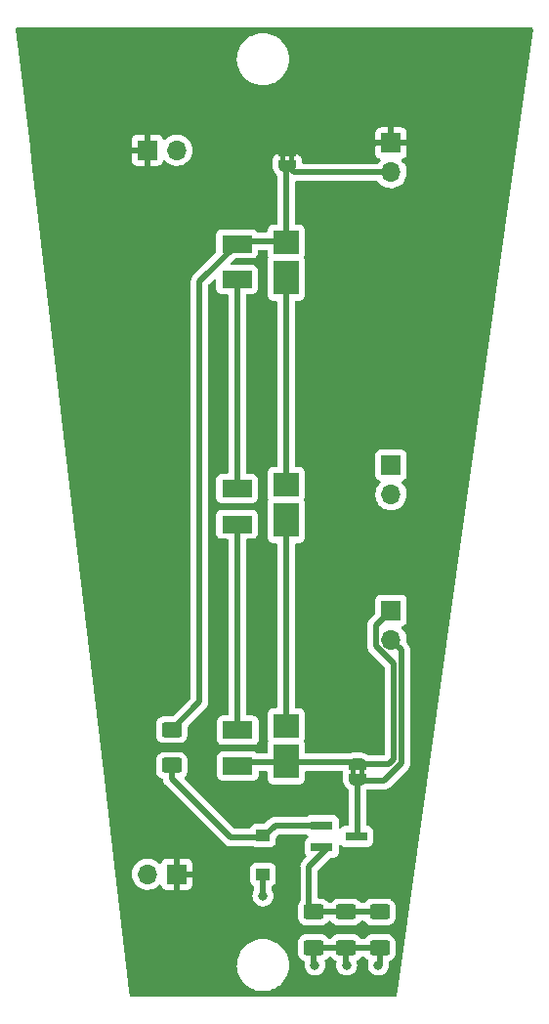
<source format=gtl>
G04 #@! TF.GenerationSoftware,KiCad,Pcbnew,6.0.11-2627ca5db0~126~ubuntu22.04.1*
G04 #@! TF.CreationDate,2023-10-21T17:03:14+02:00*
G04 #@! TF.ProjectId,CC_LED_Driver,43435f4c-4544-45f4-9472-697665722e6b,rev?*
G04 #@! TF.SameCoordinates,Original*
G04 #@! TF.FileFunction,Copper,L1,Top*
G04 #@! TF.FilePolarity,Positive*
%FSLAX46Y46*%
G04 Gerber Fmt 4.6, Leading zero omitted, Abs format (unit mm)*
G04 Created by KiCad (PCBNEW 6.0.11-2627ca5db0~126~ubuntu22.04.1) date 2023-10-21 17:03:14*
%MOMM*%
%LPD*%
G01*
G04 APERTURE LIST*
G04 Aperture macros list*
%AMRoundRect*
0 Rectangle with rounded corners*
0 $1 Rounding radius*
0 $2 $3 $4 $5 $6 $7 $8 $9 X,Y pos of 4 corners*
0 Add a 4 corners polygon primitive as box body*
4,1,4,$2,$3,$4,$5,$6,$7,$8,$9,$2,$3,0*
0 Add four circle primitives for the rounded corners*
1,1,$1+$1,$2,$3*
1,1,$1+$1,$4,$5*
1,1,$1+$1,$6,$7*
1,1,$1+$1,$8,$9*
0 Add four rect primitives between the rounded corners*
20,1,$1+$1,$2,$3,$4,$5,0*
20,1,$1+$1,$4,$5,$6,$7,0*
20,1,$1+$1,$6,$7,$8,$9,0*
20,1,$1+$1,$8,$9,$2,$3,0*%
%AMFreePoly0*
4,1,22,0.500000,-0.750000,0.000000,-0.750000,0.000000,-0.745033,-0.079941,-0.743568,-0.215256,-0.701293,-0.333266,-0.622738,-0.424486,-0.514219,-0.481581,-0.384460,-0.499164,-0.250000,-0.500000,-0.250000,-0.500000,0.250000,-0.499164,0.250000,-0.499963,0.256109,-0.478152,0.396186,-0.417904,0.524511,-0.324060,0.630769,-0.204165,0.706417,-0.067858,0.745374,0.000000,0.744959,0.000000,0.750000,
0.500000,0.750000,0.500000,-0.750000,0.500000,-0.750000,$1*%
%AMFreePoly1*
4,1,20,0.000000,0.744959,0.073905,0.744508,0.209726,0.703889,0.328688,0.626782,0.421226,0.519385,0.479903,0.390333,0.500000,0.250000,0.500000,-0.250000,0.499851,-0.262216,0.476331,-0.402017,0.414519,-0.529596,0.319384,-0.634700,0.198574,-0.708877,0.061801,-0.746166,0.000000,-0.745033,0.000000,-0.750000,-0.500000,-0.750000,-0.500000,0.750000,0.000000,0.750000,0.000000,0.744959,
0.000000,0.744959,$1*%
G04 Aperture macros list end*
G04 #@! TA.AperFunction,SMDPad,CuDef*
%ADD10RoundRect,0.250000X-0.625000X0.400000X-0.625000X-0.400000X0.625000X-0.400000X0.625000X0.400000X0*%
G04 #@! TD*
G04 #@! TA.AperFunction,ComponentPad*
%ADD11R,1.700000X1.700000*%
G04 #@! TD*
G04 #@! TA.AperFunction,ComponentPad*
%ADD12O,1.700000X1.700000*%
G04 #@! TD*
G04 #@! TA.AperFunction,SMDPad,CuDef*
%ADD13FreePoly0,90.000000*%
G04 #@! TD*
G04 #@! TA.AperFunction,SMDPad,CuDef*
%ADD14FreePoly1,90.000000*%
G04 #@! TD*
G04 #@! TA.AperFunction,SMDPad,CuDef*
%ADD15R,1.900000X0.800000*%
G04 #@! TD*
G04 #@! TA.AperFunction,SMDPad,CuDef*
%ADD16R,2.200000X3.000000*%
G04 #@! TD*
G04 #@! TA.AperFunction,SMDPad,CuDef*
%ADD17R,2.200000X2.050000*%
G04 #@! TD*
G04 #@! TA.AperFunction,SMDPad,CuDef*
%ADD18R,2.600000X1.500000*%
G04 #@! TD*
G04 #@! TA.AperFunction,SMDPad,CuDef*
%ADD19R,1.200000X1.000000*%
G04 #@! TD*
G04 #@! TA.AperFunction,ViaPad*
%ADD20C,0.800000*%
G04 #@! TD*
G04 #@! TA.AperFunction,Conductor*
%ADD21C,0.500000*%
G04 #@! TD*
G04 APERTURE END LIST*
G36*
X126400000Y-73100001D02*
G01*
X126000000Y-73100001D01*
X126000000Y-72600001D01*
X126400000Y-72600001D01*
X126400000Y-73100001D01*
G37*
G36*
X127200000Y-73100001D02*
G01*
X126800000Y-73100001D01*
X126800000Y-72600001D01*
X127200000Y-72600001D01*
X127200000Y-73100001D01*
G37*
G36*
X133300000Y-126250000D02*
G01*
X132900000Y-126250000D01*
X132900000Y-125750000D01*
X133300000Y-125750000D01*
X133300000Y-126250000D01*
G37*
G36*
X132500000Y-126250000D02*
G01*
X132100000Y-126250000D01*
X132100000Y-125750000D01*
X132500000Y-125750000D01*
X132500000Y-126250000D01*
G37*
D10*
X128900000Y-138150000D03*
X128900000Y-141250000D03*
D11*
X135600000Y-112025000D03*
D12*
X135600000Y-114565000D03*
D11*
X114475000Y-72125000D03*
D12*
X117015000Y-72125000D03*
D13*
X126600000Y-73500001D03*
D14*
X126600000Y-72200001D03*
D15*
X129600000Y-130650000D03*
X129600000Y-132550000D03*
X132600000Y-131600000D03*
D16*
X126500000Y-125075000D03*
D17*
X126500000Y-122000000D03*
D16*
X126500000Y-104175000D03*
D17*
X126500000Y-101100000D03*
D18*
X122250000Y-83350000D03*
X122250000Y-80250000D03*
D10*
X131700000Y-138150000D03*
X131700000Y-141250000D03*
D18*
X122250000Y-104550000D03*
X122250000Y-101450000D03*
D11*
X117025000Y-134875000D03*
D12*
X114485000Y-134875000D03*
D18*
X122300000Y-125500000D03*
X122300000Y-122400000D03*
D16*
X126500000Y-83175000D03*
D17*
X126500000Y-80100000D03*
D19*
X124500000Y-131500000D03*
X124500000Y-134900000D03*
D13*
X132700000Y-126650000D03*
D14*
X132700000Y-125350000D03*
D10*
X134600000Y-138150000D03*
X134600000Y-141250000D03*
X116600000Y-122350000D03*
X116600000Y-125450000D03*
D11*
X135600000Y-71525000D03*
D12*
X135600000Y-74065000D03*
D11*
X135600000Y-99425000D03*
D12*
X135600000Y-101965000D03*
D20*
X131750000Y-142750000D03*
X124500000Y-136750000D03*
X129000000Y-142750000D03*
X134500000Y-142750000D03*
D21*
X122250000Y-83350000D02*
X122250000Y-101450000D01*
X122250000Y-104550000D02*
X122250000Y-122350000D01*
X122250000Y-122350000D02*
X122300000Y-122400000D01*
X125562500Y-130650000D02*
X124500000Y-131712500D01*
X121712500Y-131712500D02*
X124500000Y-131712500D01*
X116600000Y-125450000D02*
X116600000Y-126600000D01*
X130162500Y-130650000D02*
X125562500Y-130650000D01*
X116600000Y-126600000D02*
X121712500Y-131712500D01*
X128900000Y-141250000D02*
X128900000Y-142650000D01*
X131700000Y-142700000D02*
X131750000Y-142750000D01*
X124500000Y-134687500D02*
X124500000Y-136750000D01*
X128900000Y-141250000D02*
X131700000Y-141250000D01*
X134600000Y-141250000D02*
X134600000Y-142650000D01*
X134600000Y-142650000D02*
X134500000Y-142750000D01*
X131700000Y-141250000D02*
X131700000Y-142700000D01*
X134600000Y-141250000D02*
X131700000Y-141250000D01*
X128900000Y-142650000D02*
X129000000Y-142750000D01*
X126500000Y-73600001D02*
X126600000Y-73500001D01*
X126500000Y-80000000D02*
X122500000Y-80000000D01*
X135600000Y-74065000D02*
X127164999Y-74065000D01*
X116600000Y-122350000D02*
X119000000Y-119950000D01*
X122500000Y-80000000D02*
X122250000Y-80250000D01*
X119000000Y-119950000D02*
X119000000Y-83500000D01*
X127164999Y-74065000D02*
X126600000Y-73500001D01*
X126500000Y-80000000D02*
X126500000Y-73600001D01*
X119000000Y-83500000D02*
X122250000Y-80250000D01*
X134300000Y-115103478D02*
X135800000Y-116603478D01*
X135800000Y-116603478D02*
X135800000Y-124950000D01*
X126500000Y-125175000D02*
X122625000Y-125175000D01*
X135600000Y-112025000D02*
X134300000Y-113325000D01*
X135400000Y-125350000D02*
X132700000Y-125350000D01*
X135800000Y-124950000D02*
X135400000Y-125350000D01*
X132525000Y-125175000D02*
X132700000Y-125350000D01*
X134300000Y-113325000D02*
X134300000Y-115103478D01*
X126500000Y-125175000D02*
X132525000Y-125175000D01*
X122625000Y-125175000D02*
X122300000Y-125500000D01*
X135000000Y-126750000D02*
X132800000Y-126750000D01*
X135600000Y-114565000D02*
X136500000Y-115465000D01*
X132800000Y-126750000D02*
X132700000Y-126650000D01*
X132700000Y-126650000D02*
X132750000Y-126700000D01*
X132700000Y-131500000D02*
X132600000Y-131600000D01*
X136500000Y-115465000D02*
X136500000Y-125250000D01*
X132700000Y-126650000D02*
X132700000Y-131500000D01*
X136500000Y-125250000D02*
X135000000Y-126750000D01*
X128500000Y-134212500D02*
X128500000Y-137750000D01*
X130162500Y-132550000D02*
X128500000Y-134212500D01*
X131700000Y-138150000D02*
X134600000Y-138150000D01*
X128500000Y-137750000D02*
X128900000Y-138150000D01*
X128900000Y-138150000D02*
X131700000Y-138150000D01*
X126500000Y-83275000D02*
X126500000Y-101000000D01*
X126500000Y-104275000D02*
X126500000Y-121900000D01*
G04 #@! TA.AperFunction,Conductor*
G36*
X147837753Y-61528502D02*
G01*
X147884246Y-61582158D01*
X147894395Y-61652114D01*
X146317521Y-72821638D01*
X136125751Y-145013346D01*
X136073548Y-145383114D01*
X136044220Y-145447769D01*
X135984591Y-145486305D01*
X135948785Y-145491500D01*
X113064229Y-145491500D01*
X112996108Y-145471498D01*
X112949615Y-145417842D01*
X112939092Y-145380222D01*
X112895931Y-145013346D01*
X112629655Y-142750000D01*
X122236654Y-142750000D01*
X122256017Y-143045426D01*
X122256819Y-143049459D01*
X122256820Y-143049465D01*
X122312970Y-143331747D01*
X122313776Y-143335797D01*
X122315103Y-143339706D01*
X122315104Y-143339710D01*
X122382155Y-143537237D01*
X122408941Y-143616145D01*
X122539885Y-143881673D01*
X122704367Y-144127838D01*
X122707081Y-144130932D01*
X122707085Y-144130938D01*
X122896864Y-144347338D01*
X122899573Y-144350427D01*
X122902662Y-144353136D01*
X123119062Y-144542915D01*
X123119068Y-144542919D01*
X123122162Y-144545633D01*
X123125588Y-144547922D01*
X123125593Y-144547926D01*
X123309405Y-144670744D01*
X123368327Y-144710115D01*
X123372026Y-144711939D01*
X123372031Y-144711942D01*
X123508313Y-144779148D01*
X123633855Y-144841059D01*
X123637760Y-144842384D01*
X123637761Y-144842385D01*
X123910290Y-144934896D01*
X123910294Y-144934897D01*
X123914203Y-144936224D01*
X123918247Y-144937028D01*
X123918253Y-144937030D01*
X124200535Y-144993180D01*
X124200541Y-144993181D01*
X124204574Y-144993983D01*
X124208679Y-144994252D01*
X124208686Y-144994253D01*
X124495881Y-145013076D01*
X124500000Y-145013346D01*
X124504119Y-145013076D01*
X124791314Y-144994253D01*
X124791321Y-144994252D01*
X124795426Y-144993983D01*
X124799459Y-144993181D01*
X124799465Y-144993180D01*
X125081747Y-144937030D01*
X125081753Y-144937028D01*
X125085797Y-144936224D01*
X125089706Y-144934897D01*
X125089710Y-144934896D01*
X125362239Y-144842385D01*
X125362240Y-144842384D01*
X125366145Y-144841059D01*
X125491687Y-144779148D01*
X125627969Y-144711942D01*
X125627974Y-144711939D01*
X125631673Y-144710115D01*
X125690595Y-144670744D01*
X125874407Y-144547926D01*
X125874412Y-144547922D01*
X125877838Y-144545633D01*
X125880932Y-144542919D01*
X125880938Y-144542915D01*
X126097338Y-144353136D01*
X126100427Y-144350427D01*
X126103136Y-144347338D01*
X126292915Y-144130938D01*
X126292919Y-144130932D01*
X126295633Y-144127838D01*
X126460115Y-143881673D01*
X126591059Y-143616145D01*
X126617845Y-143537237D01*
X126684896Y-143339710D01*
X126684897Y-143339706D01*
X126686224Y-143335797D01*
X126687030Y-143331747D01*
X126743180Y-143049465D01*
X126743181Y-143049459D01*
X126743983Y-143045426D01*
X126763346Y-142750000D01*
X126761992Y-142729340D01*
X126744253Y-142458686D01*
X126744252Y-142458679D01*
X126743983Y-142454574D01*
X126742915Y-142449201D01*
X126687030Y-142168253D01*
X126687028Y-142168247D01*
X126686224Y-142164203D01*
X126672341Y-142123303D01*
X126592385Y-141887761D01*
X126592384Y-141887760D01*
X126591059Y-141883855D01*
X126500589Y-141700400D01*
X127516500Y-141700400D01*
X127516837Y-141703646D01*
X127516837Y-141703650D01*
X127526726Y-141798956D01*
X127527474Y-141806166D01*
X127583450Y-141973946D01*
X127676522Y-142124348D01*
X127801697Y-142249305D01*
X127807927Y-142253145D01*
X127807928Y-142253146D01*
X127945090Y-142337694D01*
X127952262Y-142342115D01*
X128036522Y-142370063D01*
X128094881Y-142410492D01*
X128122118Y-142476056D01*
X128116687Y-142528590D01*
X128106458Y-142560072D01*
X128086496Y-142750000D01*
X128106458Y-142939928D01*
X128165473Y-143121556D01*
X128260960Y-143286944D01*
X128388747Y-143428866D01*
X128543248Y-143541118D01*
X128549276Y-143543802D01*
X128549278Y-143543803D01*
X128558752Y-143548021D01*
X128717712Y-143618794D01*
X128811112Y-143638647D01*
X128898056Y-143657128D01*
X128898061Y-143657128D01*
X128904513Y-143658500D01*
X129095487Y-143658500D01*
X129101939Y-143657128D01*
X129101944Y-143657128D01*
X129188888Y-143638647D01*
X129282288Y-143618794D01*
X129441248Y-143548021D01*
X129450722Y-143543803D01*
X129450724Y-143543802D01*
X129456752Y-143541118D01*
X129611253Y-143428866D01*
X129739040Y-143286944D01*
X129834527Y-143121556D01*
X129893542Y-142939928D01*
X129913504Y-142750000D01*
X129893542Y-142560072D01*
X129857517Y-142449199D01*
X129855489Y-142378233D01*
X129892152Y-142317435D01*
X129911036Y-142303128D01*
X129999348Y-142248478D01*
X130124305Y-142123303D01*
X130128146Y-142117072D01*
X130128148Y-142117070D01*
X130158159Y-142068383D01*
X130210931Y-142020890D01*
X130265418Y-142008500D01*
X130334631Y-142008500D01*
X130402752Y-142028502D01*
X130441772Y-142068193D01*
X130476522Y-142124348D01*
X130601697Y-142249305D01*
X130607927Y-142253145D01*
X130607928Y-142253146D01*
X130745090Y-142337694D01*
X130752262Y-142342115D01*
X130791387Y-142355092D01*
X130849744Y-142395520D01*
X130876982Y-142461084D01*
X130871551Y-142513620D01*
X130856458Y-142560072D01*
X130836496Y-142750000D01*
X130856458Y-142939928D01*
X130915473Y-143121556D01*
X131010960Y-143286944D01*
X131138747Y-143428866D01*
X131293248Y-143541118D01*
X131299276Y-143543802D01*
X131299278Y-143543803D01*
X131308752Y-143548021D01*
X131467712Y-143618794D01*
X131561112Y-143638647D01*
X131648056Y-143657128D01*
X131648061Y-143657128D01*
X131654513Y-143658500D01*
X131845487Y-143658500D01*
X131851939Y-143657128D01*
X131851944Y-143657128D01*
X131938888Y-143638647D01*
X132032288Y-143618794D01*
X132191248Y-143548021D01*
X132200722Y-143543803D01*
X132200724Y-143543802D01*
X132206752Y-143541118D01*
X132361253Y-143428866D01*
X132489040Y-143286944D01*
X132584527Y-143121556D01*
X132643542Y-142939928D01*
X132663504Y-142750000D01*
X132643542Y-142560072D01*
X132615888Y-142474962D01*
X132613860Y-142403995D01*
X132650523Y-142343197D01*
X132669418Y-142328882D01*
X132793120Y-142252332D01*
X132799348Y-142248478D01*
X132924305Y-142123303D01*
X132928146Y-142117072D01*
X132928148Y-142117070D01*
X132958159Y-142068383D01*
X133010931Y-142020890D01*
X133065418Y-142008500D01*
X133234631Y-142008500D01*
X133302752Y-142028502D01*
X133341772Y-142068193D01*
X133376522Y-142124348D01*
X133501697Y-142249305D01*
X133507927Y-142253145D01*
X133507928Y-142253146D01*
X133588774Y-142302980D01*
X133636267Y-142355752D01*
X133647691Y-142425824D01*
X133642493Y-142449170D01*
X133606458Y-142560072D01*
X133586496Y-142750000D01*
X133606458Y-142939928D01*
X133665473Y-143121556D01*
X133760960Y-143286944D01*
X133888747Y-143428866D01*
X134043248Y-143541118D01*
X134049276Y-143543802D01*
X134049278Y-143543803D01*
X134058752Y-143548021D01*
X134217712Y-143618794D01*
X134311112Y-143638647D01*
X134398056Y-143657128D01*
X134398061Y-143657128D01*
X134404513Y-143658500D01*
X134595487Y-143658500D01*
X134601939Y-143657128D01*
X134601944Y-143657128D01*
X134688888Y-143638647D01*
X134782288Y-143618794D01*
X134941248Y-143548021D01*
X134950722Y-143543803D01*
X134950724Y-143543802D01*
X134956752Y-143541118D01*
X135111253Y-143428866D01*
X135239040Y-143286944D01*
X135334527Y-143121556D01*
X135393542Y-142939928D01*
X135413504Y-142750000D01*
X135393542Y-142560072D01*
X135383314Y-142528593D01*
X135381286Y-142457626D01*
X135417948Y-142396828D01*
X135463269Y-142370134D01*
X135548946Y-142341550D01*
X135699348Y-142248478D01*
X135824305Y-142123303D01*
X135858273Y-142068197D01*
X135913275Y-141978968D01*
X135913276Y-141978966D01*
X135917115Y-141972738D01*
X135972797Y-141804861D01*
X135983500Y-141700400D01*
X135983500Y-140799600D01*
X135982492Y-140789885D01*
X135973238Y-140700692D01*
X135973237Y-140700688D01*
X135972526Y-140693834D01*
X135960443Y-140657615D01*
X135918868Y-140533002D01*
X135916550Y-140526054D01*
X135823478Y-140375652D01*
X135698303Y-140250695D01*
X135692072Y-140246854D01*
X135553968Y-140161725D01*
X135553966Y-140161724D01*
X135547738Y-140157885D01*
X135387254Y-140104655D01*
X135386389Y-140104368D01*
X135386387Y-140104368D01*
X135379861Y-140102203D01*
X135373025Y-140101503D01*
X135373022Y-140101502D01*
X135329969Y-140097091D01*
X135275400Y-140091500D01*
X133924600Y-140091500D01*
X133921354Y-140091837D01*
X133921350Y-140091837D01*
X133825692Y-140101762D01*
X133825688Y-140101763D01*
X133818834Y-140102474D01*
X133812298Y-140104655D01*
X133812296Y-140104655D01*
X133680194Y-140148728D01*
X133651054Y-140158450D01*
X133500652Y-140251522D01*
X133375695Y-140376697D01*
X133371856Y-140382925D01*
X133371852Y-140382930D01*
X133341841Y-140431617D01*
X133289069Y-140479110D01*
X133234582Y-140491500D01*
X133065369Y-140491500D01*
X132997248Y-140471498D01*
X132958228Y-140431807D01*
X132923478Y-140375652D01*
X132798303Y-140250695D01*
X132792072Y-140246854D01*
X132653968Y-140161725D01*
X132653966Y-140161724D01*
X132647738Y-140157885D01*
X132487254Y-140104655D01*
X132486389Y-140104368D01*
X132486387Y-140104368D01*
X132479861Y-140102203D01*
X132473025Y-140101503D01*
X132473022Y-140101502D01*
X132429969Y-140097091D01*
X132375400Y-140091500D01*
X131024600Y-140091500D01*
X131021354Y-140091837D01*
X131021350Y-140091837D01*
X130925692Y-140101762D01*
X130925688Y-140101763D01*
X130918834Y-140102474D01*
X130912298Y-140104655D01*
X130912296Y-140104655D01*
X130780194Y-140148728D01*
X130751054Y-140158450D01*
X130600652Y-140251522D01*
X130475695Y-140376697D01*
X130471856Y-140382925D01*
X130471852Y-140382930D01*
X130441841Y-140431617D01*
X130389069Y-140479110D01*
X130334582Y-140491500D01*
X130265369Y-140491500D01*
X130197248Y-140471498D01*
X130158228Y-140431807D01*
X130123478Y-140375652D01*
X129998303Y-140250695D01*
X129992072Y-140246854D01*
X129853968Y-140161725D01*
X129853966Y-140161724D01*
X129847738Y-140157885D01*
X129687254Y-140104655D01*
X129686389Y-140104368D01*
X129686387Y-140104368D01*
X129679861Y-140102203D01*
X129673025Y-140101503D01*
X129673022Y-140101502D01*
X129629969Y-140097091D01*
X129575400Y-140091500D01*
X128224600Y-140091500D01*
X128221354Y-140091837D01*
X128221350Y-140091837D01*
X128125692Y-140101762D01*
X128125688Y-140101763D01*
X128118834Y-140102474D01*
X128112298Y-140104655D01*
X128112296Y-140104655D01*
X127980194Y-140148728D01*
X127951054Y-140158450D01*
X127800652Y-140251522D01*
X127675695Y-140376697D01*
X127671855Y-140382927D01*
X127671854Y-140382928D01*
X127595486Y-140506820D01*
X127582885Y-140527262D01*
X127527203Y-140695139D01*
X127516500Y-140799600D01*
X127516500Y-141700400D01*
X126500589Y-141700400D01*
X126461942Y-141622031D01*
X126461939Y-141622026D01*
X126460115Y-141618327D01*
X126295633Y-141372162D01*
X126292919Y-141369068D01*
X126292915Y-141369062D01*
X126103136Y-141152662D01*
X126100427Y-141149573D01*
X126097338Y-141146864D01*
X125880938Y-140957085D01*
X125880932Y-140957081D01*
X125877838Y-140954367D01*
X125874412Y-140952078D01*
X125874407Y-140952074D01*
X125651027Y-140802817D01*
X125631673Y-140789885D01*
X125627974Y-140788061D01*
X125627969Y-140788058D01*
X125453415Y-140701978D01*
X125366145Y-140658941D01*
X125362239Y-140657615D01*
X125089710Y-140565104D01*
X125089706Y-140565103D01*
X125085797Y-140563776D01*
X125081753Y-140562972D01*
X125081747Y-140562970D01*
X124799465Y-140506820D01*
X124799459Y-140506819D01*
X124795426Y-140506017D01*
X124791321Y-140505748D01*
X124791314Y-140505747D01*
X124504119Y-140486924D01*
X124500000Y-140486654D01*
X124495881Y-140486924D01*
X124208686Y-140505747D01*
X124208679Y-140505748D01*
X124204574Y-140506017D01*
X124200541Y-140506819D01*
X124200535Y-140506820D01*
X123918253Y-140562970D01*
X123918247Y-140562972D01*
X123914203Y-140563776D01*
X123910294Y-140565103D01*
X123910290Y-140565104D01*
X123637761Y-140657615D01*
X123633855Y-140658941D01*
X123546585Y-140701978D01*
X123372031Y-140788058D01*
X123372026Y-140788061D01*
X123368327Y-140789885D01*
X123348973Y-140802817D01*
X123125593Y-140952074D01*
X123125588Y-140952078D01*
X123122162Y-140954367D01*
X123119068Y-140957081D01*
X123119062Y-140957085D01*
X122902662Y-141146864D01*
X122899573Y-141149573D01*
X122896864Y-141152662D01*
X122707085Y-141369062D01*
X122707081Y-141369068D01*
X122704367Y-141372162D01*
X122539885Y-141618327D01*
X122538061Y-141622026D01*
X122538058Y-141622031D01*
X122499411Y-141700400D01*
X122408941Y-141883855D01*
X122407616Y-141887760D01*
X122407615Y-141887761D01*
X122327660Y-142123303D01*
X122313776Y-142164203D01*
X122312972Y-142168247D01*
X122312970Y-142168253D01*
X122257086Y-142449201D01*
X122256017Y-142454574D01*
X122255748Y-142458679D01*
X122255747Y-142458686D01*
X122238008Y-142729340D01*
X122236654Y-142750000D01*
X112629655Y-142750000D01*
X111699266Y-134841695D01*
X113122251Y-134841695D01*
X113135110Y-135064715D01*
X113136247Y-135069761D01*
X113136248Y-135069767D01*
X113150606Y-135133475D01*
X113184222Y-135282639D01*
X113268266Y-135489616D01*
X113270965Y-135494020D01*
X113368934Y-135653891D01*
X113384987Y-135680088D01*
X113531250Y-135848938D01*
X113703126Y-135991632D01*
X113896000Y-136104338D01*
X114104692Y-136184030D01*
X114109760Y-136185061D01*
X114109763Y-136185062D01*
X114217017Y-136206883D01*
X114323597Y-136228567D01*
X114328772Y-136228757D01*
X114328774Y-136228757D01*
X114541673Y-136236564D01*
X114541677Y-136236564D01*
X114546837Y-136236753D01*
X114551957Y-136236097D01*
X114551959Y-136236097D01*
X114763288Y-136209025D01*
X114763289Y-136209025D01*
X114768416Y-136208368D01*
X114773366Y-136206883D01*
X114977429Y-136145661D01*
X114977434Y-136145659D01*
X114982384Y-136144174D01*
X115182994Y-136045896D01*
X115364860Y-135916173D01*
X115423160Y-135858077D01*
X115473479Y-135807933D01*
X115535851Y-135774017D01*
X115606658Y-135779205D01*
X115663419Y-135821851D01*
X115680401Y-135852954D01*
X115721676Y-135963054D01*
X115730214Y-135978649D01*
X115806715Y-136080724D01*
X115819276Y-136093285D01*
X115921351Y-136169786D01*
X115936946Y-136178324D01*
X116057394Y-136223478D01*
X116072649Y-136227105D01*
X116123514Y-136232631D01*
X116130328Y-136233000D01*
X116752885Y-136233000D01*
X116768124Y-136228525D01*
X116769329Y-136227135D01*
X116771000Y-136219452D01*
X116771000Y-136214884D01*
X117279000Y-136214884D01*
X117283475Y-136230123D01*
X117284865Y-136231328D01*
X117292548Y-136232999D01*
X117919669Y-136232999D01*
X117926490Y-136232629D01*
X117977352Y-136227105D01*
X117992604Y-136223479D01*
X118113054Y-136178324D01*
X118128649Y-136169786D01*
X118230724Y-136093285D01*
X118243285Y-136080724D01*
X118319786Y-135978649D01*
X118328324Y-135963054D01*
X118373478Y-135842606D01*
X118377105Y-135827351D01*
X118382631Y-135776486D01*
X118383000Y-135769672D01*
X118383000Y-135448134D01*
X123391500Y-135448134D01*
X123398255Y-135510316D01*
X123449385Y-135646705D01*
X123536739Y-135763261D01*
X123653295Y-135850615D01*
X123661704Y-135853767D01*
X123669575Y-135858077D01*
X123668664Y-135859741D01*
X123716490Y-135895663D01*
X123741193Y-135962224D01*
X123741500Y-135971009D01*
X123741500Y-136213001D01*
X123724619Y-136276000D01*
X123665473Y-136378444D01*
X123606458Y-136560072D01*
X123586496Y-136750000D01*
X123606458Y-136939928D01*
X123665473Y-137121556D01*
X123760960Y-137286944D01*
X123765378Y-137291851D01*
X123765379Y-137291852D01*
X123881693Y-137421032D01*
X123888747Y-137428866D01*
X124043248Y-137541118D01*
X124049276Y-137543802D01*
X124049278Y-137543803D01*
X124177054Y-137600692D01*
X124217712Y-137618794D01*
X124311112Y-137638647D01*
X124398056Y-137657128D01*
X124398061Y-137657128D01*
X124404513Y-137658500D01*
X124595487Y-137658500D01*
X124601939Y-137657128D01*
X124601944Y-137657128D01*
X124688888Y-137638647D01*
X124782288Y-137618794D01*
X124822946Y-137600692D01*
X124950722Y-137543803D01*
X124950724Y-137543802D01*
X124956752Y-137541118D01*
X125111253Y-137428866D01*
X125118307Y-137421032D01*
X125234621Y-137291852D01*
X125234622Y-137291851D01*
X125239040Y-137286944D01*
X125334527Y-137121556D01*
X125393542Y-136939928D01*
X125413504Y-136750000D01*
X125393542Y-136560072D01*
X125334527Y-136378444D01*
X125275381Y-136276000D01*
X125258500Y-136213001D01*
X125258500Y-135971009D01*
X125278502Y-135902888D01*
X125332158Y-135856395D01*
X125337694Y-135854097D01*
X125338296Y-135853768D01*
X125346705Y-135850615D01*
X125463261Y-135763261D01*
X125550615Y-135646705D01*
X125601745Y-135510316D01*
X125608500Y-135448134D01*
X125608500Y-134351866D01*
X125601745Y-134289684D01*
X125550615Y-134153295D01*
X125463261Y-134036739D01*
X125346705Y-133949385D01*
X125210316Y-133898255D01*
X125148134Y-133891500D01*
X123851866Y-133891500D01*
X123789684Y-133898255D01*
X123653295Y-133949385D01*
X123536739Y-134036739D01*
X123449385Y-134153295D01*
X123398255Y-134289684D01*
X123391500Y-134351866D01*
X123391500Y-135448134D01*
X118383000Y-135448134D01*
X118383000Y-135147115D01*
X118378525Y-135131876D01*
X118377135Y-135130671D01*
X118369452Y-135129000D01*
X117297115Y-135129000D01*
X117281876Y-135133475D01*
X117280671Y-135134865D01*
X117279000Y-135142548D01*
X117279000Y-136214884D01*
X116771000Y-136214884D01*
X116771000Y-134602885D01*
X117279000Y-134602885D01*
X117283475Y-134618124D01*
X117284865Y-134619329D01*
X117292548Y-134621000D01*
X118364884Y-134621000D01*
X118380123Y-134616525D01*
X118381328Y-134615135D01*
X118382999Y-134607452D01*
X118382999Y-133980331D01*
X118382629Y-133973510D01*
X118377105Y-133922648D01*
X118373479Y-133907396D01*
X118328324Y-133786946D01*
X118319786Y-133771351D01*
X118243285Y-133669276D01*
X118230724Y-133656715D01*
X118128649Y-133580214D01*
X118113054Y-133571676D01*
X117992606Y-133526522D01*
X117977351Y-133522895D01*
X117926486Y-133517369D01*
X117919672Y-133517000D01*
X117297115Y-133517000D01*
X117281876Y-133521475D01*
X117280671Y-133522865D01*
X117279000Y-133530548D01*
X117279000Y-134602885D01*
X116771000Y-134602885D01*
X116771000Y-133535116D01*
X116766525Y-133519877D01*
X116765135Y-133518672D01*
X116757452Y-133517001D01*
X116130331Y-133517001D01*
X116123510Y-133517371D01*
X116072648Y-133522895D01*
X116057396Y-133526521D01*
X115936946Y-133571676D01*
X115921351Y-133580214D01*
X115819276Y-133656715D01*
X115806715Y-133669276D01*
X115730214Y-133771351D01*
X115721676Y-133786946D01*
X115680297Y-133897322D01*
X115637655Y-133954087D01*
X115571093Y-133978786D01*
X115501744Y-133963578D01*
X115469121Y-133937891D01*
X115418151Y-133881876D01*
X115418148Y-133881873D01*
X115414670Y-133878051D01*
X115410619Y-133874852D01*
X115410615Y-133874848D01*
X115243414Y-133742800D01*
X115243410Y-133742798D01*
X115239359Y-133739598D01*
X115227688Y-133733155D01*
X115164299Y-133698163D01*
X115043789Y-133631638D01*
X115038920Y-133629914D01*
X115038916Y-133629912D01*
X114838087Y-133558795D01*
X114838083Y-133558794D01*
X114833212Y-133557069D01*
X114828119Y-133556162D01*
X114828116Y-133556161D01*
X114618373Y-133518800D01*
X114618367Y-133518799D01*
X114613284Y-133517894D01*
X114539452Y-133516992D01*
X114395081Y-133515228D01*
X114395079Y-133515228D01*
X114389911Y-133515165D01*
X114169091Y-133548955D01*
X113956756Y-133618357D01*
X113896645Y-133649649D01*
X113810933Y-133694268D01*
X113758607Y-133721507D01*
X113754474Y-133724610D01*
X113754471Y-133724612D01*
X113584100Y-133852530D01*
X113579965Y-133855635D01*
X113539236Y-133898255D01*
X113469290Y-133971450D01*
X113425629Y-134017138D01*
X113299743Y-134201680D01*
X113205688Y-134404305D01*
X113145989Y-134619570D01*
X113122251Y-134841695D01*
X111699266Y-134841695D01*
X110647349Y-125900400D01*
X115216500Y-125900400D01*
X115216837Y-125903646D01*
X115216837Y-125903650D01*
X115225940Y-125991379D01*
X115227474Y-126006166D01*
X115283450Y-126173946D01*
X115376522Y-126324348D01*
X115501697Y-126449305D01*
X115507927Y-126453145D01*
X115507928Y-126453146D01*
X115578594Y-126496705D01*
X115652262Y-126542115D01*
X115719290Y-126564347D01*
X115760150Y-126577900D01*
X115818510Y-126618331D01*
X115846068Y-126687277D01*
X115847153Y-126700615D01*
X115848719Y-126719867D01*
X115851140Y-126749637D01*
X115853396Y-126756601D01*
X115854587Y-126762560D01*
X115855971Y-126768415D01*
X115856818Y-126775681D01*
X115881735Y-126844327D01*
X115883152Y-126848455D01*
X115905649Y-126917899D01*
X115909445Y-126924154D01*
X115911951Y-126929628D01*
X115914670Y-126935058D01*
X115917167Y-126941937D01*
X115921180Y-126948057D01*
X115921180Y-126948058D01*
X115957186Y-127002976D01*
X115959523Y-127006680D01*
X115997405Y-127069107D01*
X116001121Y-127073315D01*
X116001122Y-127073316D01*
X116004803Y-127077484D01*
X116004776Y-127077508D01*
X116007429Y-127080500D01*
X116010132Y-127083733D01*
X116014144Y-127089852D01*
X116019456Y-127094884D01*
X116070383Y-127143128D01*
X116072825Y-127145506D01*
X121128727Y-132201407D01*
X121141113Y-132215819D01*
X121149649Y-132227417D01*
X121153992Y-132233318D01*
X121159570Y-132238057D01*
X121159573Y-132238060D01*
X121194275Y-132267541D01*
X121201791Y-132274471D01*
X121207480Y-132280160D01*
X121210334Y-132282418D01*
X121210344Y-132282427D01*
X121229742Y-132297774D01*
X121233142Y-132300562D01*
X121283207Y-132343095D01*
X121283211Y-132343098D01*
X121288785Y-132347833D01*
X121295300Y-132351160D01*
X121300337Y-132354519D01*
X121305475Y-132357692D01*
X121311216Y-132362234D01*
X121377375Y-132393155D01*
X121381269Y-132395058D01*
X121446308Y-132428269D01*
X121453417Y-132430008D01*
X121459051Y-132432104D01*
X121464821Y-132434023D01*
X121471450Y-132437122D01*
X121478613Y-132438612D01*
X121478616Y-132438613D01*
X121529330Y-132449161D01*
X121542935Y-132451991D01*
X121547201Y-132452957D01*
X121618110Y-132470308D01*
X121623712Y-132470656D01*
X121623715Y-132470656D01*
X121629264Y-132471000D01*
X121629262Y-132471035D01*
X121633234Y-132471275D01*
X121637455Y-132471652D01*
X121644615Y-132473141D01*
X121722042Y-132471046D01*
X121725450Y-132471000D01*
X123684830Y-132471000D01*
X123729060Y-132479018D01*
X123789684Y-132501745D01*
X123851866Y-132508500D01*
X125148134Y-132508500D01*
X125210316Y-132501745D01*
X125346705Y-132450615D01*
X125463261Y-132363261D01*
X125550615Y-132246705D01*
X125601745Y-132110316D01*
X125608500Y-132048134D01*
X125608500Y-131728871D01*
X125628502Y-131660750D01*
X125645405Y-131639776D01*
X125839776Y-131445405D01*
X125902088Y-131411379D01*
X125928871Y-131408500D01*
X128238411Y-131408500D01*
X128306532Y-131428502D01*
X128313976Y-131433674D01*
X128401372Y-131499174D01*
X128443887Y-131556033D01*
X128448913Y-131626852D01*
X128414853Y-131689145D01*
X128401372Y-131700826D01*
X128286739Y-131786739D01*
X128199385Y-131903295D01*
X128148255Y-132039684D01*
X128141500Y-132101866D01*
X128141500Y-132998134D01*
X128148255Y-133060316D01*
X128199385Y-133196705D01*
X128238285Y-133248608D01*
X128263131Y-133315114D01*
X128248078Y-133384496D01*
X128226552Y-133413267D01*
X128011089Y-133628730D01*
X127996677Y-133641116D01*
X127985082Y-133649649D01*
X127985077Y-133649654D01*
X127979182Y-133653992D01*
X127974443Y-133659570D01*
X127974440Y-133659573D01*
X127944965Y-133694268D01*
X127938035Y-133701784D01*
X127932340Y-133707479D01*
X127930060Y-133710361D01*
X127914719Y-133729751D01*
X127911928Y-133733155D01*
X127879478Y-133771351D01*
X127864667Y-133788785D01*
X127861339Y-133795301D01*
X127857972Y-133800350D01*
X127854805Y-133805479D01*
X127850266Y-133811216D01*
X127819345Y-133877375D01*
X127817442Y-133881269D01*
X127784231Y-133946308D01*
X127782492Y-133953416D01*
X127780393Y-133959059D01*
X127778476Y-133964822D01*
X127775378Y-133971450D01*
X127773888Y-133978612D01*
X127773888Y-133978613D01*
X127760514Y-134042912D01*
X127759544Y-134047196D01*
X127742192Y-134118110D01*
X127741500Y-134129264D01*
X127741464Y-134129262D01*
X127741225Y-134133255D01*
X127740851Y-134137447D01*
X127739360Y-134144615D01*
X127739558Y-134151932D01*
X127741454Y-134222021D01*
X127741500Y-134225428D01*
X127741500Y-137158650D01*
X127721498Y-137226771D01*
X127704674Y-137247667D01*
X127675695Y-137276697D01*
X127671855Y-137282927D01*
X127671854Y-137282928D01*
X127617259Y-137371498D01*
X127582885Y-137427262D01*
X127527203Y-137595139D01*
X127516500Y-137699600D01*
X127516500Y-138600400D01*
X127527474Y-138706166D01*
X127583450Y-138873946D01*
X127676522Y-139024348D01*
X127801697Y-139149305D01*
X127807927Y-139153145D01*
X127807928Y-139153146D01*
X127945090Y-139237694D01*
X127952262Y-139242115D01*
X128032005Y-139268564D01*
X128113611Y-139295632D01*
X128113613Y-139295632D01*
X128120139Y-139297797D01*
X128126975Y-139298497D01*
X128126978Y-139298498D01*
X128170031Y-139302909D01*
X128224600Y-139308500D01*
X129575400Y-139308500D01*
X129578646Y-139308163D01*
X129578650Y-139308163D01*
X129674308Y-139298238D01*
X129674312Y-139298237D01*
X129681166Y-139297526D01*
X129687702Y-139295345D01*
X129687704Y-139295345D01*
X129819806Y-139251272D01*
X129848946Y-139241550D01*
X129999348Y-139148478D01*
X130124305Y-139023303D01*
X130128146Y-139017072D01*
X130128148Y-139017070D01*
X130158159Y-138968383D01*
X130210931Y-138920890D01*
X130265418Y-138908500D01*
X130334631Y-138908500D01*
X130402752Y-138928502D01*
X130441772Y-138968193D01*
X130476522Y-139024348D01*
X130601697Y-139149305D01*
X130607927Y-139153145D01*
X130607928Y-139153146D01*
X130745090Y-139237694D01*
X130752262Y-139242115D01*
X130832005Y-139268564D01*
X130913611Y-139295632D01*
X130913613Y-139295632D01*
X130920139Y-139297797D01*
X130926975Y-139298497D01*
X130926978Y-139298498D01*
X130970031Y-139302909D01*
X131024600Y-139308500D01*
X132375400Y-139308500D01*
X132378646Y-139308163D01*
X132378650Y-139308163D01*
X132474308Y-139298238D01*
X132474312Y-139298237D01*
X132481166Y-139297526D01*
X132487702Y-139295345D01*
X132487704Y-139295345D01*
X132619806Y-139251272D01*
X132648946Y-139241550D01*
X132799348Y-139148478D01*
X132924305Y-139023303D01*
X132928146Y-139017072D01*
X132928148Y-139017070D01*
X132958159Y-138968383D01*
X133010931Y-138920890D01*
X133065418Y-138908500D01*
X133234631Y-138908500D01*
X133302752Y-138928502D01*
X133341772Y-138968193D01*
X133376522Y-139024348D01*
X133501697Y-139149305D01*
X133507927Y-139153145D01*
X133507928Y-139153146D01*
X133645090Y-139237694D01*
X133652262Y-139242115D01*
X133732005Y-139268564D01*
X133813611Y-139295632D01*
X133813613Y-139295632D01*
X133820139Y-139297797D01*
X133826975Y-139298497D01*
X133826978Y-139298498D01*
X133870031Y-139302909D01*
X133924600Y-139308500D01*
X135275400Y-139308500D01*
X135278646Y-139308163D01*
X135278650Y-139308163D01*
X135374308Y-139298238D01*
X135374312Y-139298237D01*
X135381166Y-139297526D01*
X135387702Y-139295345D01*
X135387704Y-139295345D01*
X135519806Y-139251272D01*
X135548946Y-139241550D01*
X135699348Y-139148478D01*
X135824305Y-139023303D01*
X135858273Y-138968197D01*
X135913275Y-138878968D01*
X135913276Y-138878966D01*
X135917115Y-138872738D01*
X135972797Y-138704861D01*
X135983500Y-138600400D01*
X135983500Y-137699600D01*
X135979236Y-137658500D01*
X135973238Y-137600692D01*
X135973237Y-137600688D01*
X135972526Y-137593834D01*
X135954939Y-137541118D01*
X135918868Y-137433002D01*
X135916550Y-137426054D01*
X135823478Y-137275652D01*
X135698303Y-137150695D01*
X135692072Y-137146854D01*
X135553968Y-137061725D01*
X135553966Y-137061724D01*
X135547738Y-137057885D01*
X135387254Y-137004655D01*
X135386389Y-137004368D01*
X135386387Y-137004368D01*
X135379861Y-137002203D01*
X135373025Y-137001503D01*
X135373022Y-137001502D01*
X135329969Y-136997091D01*
X135275400Y-136991500D01*
X133924600Y-136991500D01*
X133921354Y-136991837D01*
X133921350Y-136991837D01*
X133825692Y-137001762D01*
X133825688Y-137001763D01*
X133818834Y-137002474D01*
X133812298Y-137004655D01*
X133812296Y-137004655D01*
X133680194Y-137048728D01*
X133651054Y-137058450D01*
X133500652Y-137151522D01*
X133375695Y-137276697D01*
X133371856Y-137282925D01*
X133371852Y-137282930D01*
X133341841Y-137331617D01*
X133289069Y-137379110D01*
X133234582Y-137391500D01*
X133065369Y-137391500D01*
X132997248Y-137371498D01*
X132958228Y-137331807D01*
X132923478Y-137275652D01*
X132798303Y-137150695D01*
X132792072Y-137146854D01*
X132653968Y-137061725D01*
X132653966Y-137061724D01*
X132647738Y-137057885D01*
X132487254Y-137004655D01*
X132486389Y-137004368D01*
X132486387Y-137004368D01*
X132479861Y-137002203D01*
X132473025Y-137001503D01*
X132473022Y-137001502D01*
X132429969Y-136997091D01*
X132375400Y-136991500D01*
X131024600Y-136991500D01*
X131021354Y-136991837D01*
X131021350Y-136991837D01*
X130925692Y-137001762D01*
X130925688Y-137001763D01*
X130918834Y-137002474D01*
X130912298Y-137004655D01*
X130912296Y-137004655D01*
X130780194Y-137048728D01*
X130751054Y-137058450D01*
X130600652Y-137151522D01*
X130475695Y-137276697D01*
X130471856Y-137282925D01*
X130471852Y-137282930D01*
X130441841Y-137331617D01*
X130389069Y-137379110D01*
X130334582Y-137391500D01*
X130265369Y-137391500D01*
X130197248Y-137371498D01*
X130158228Y-137331807D01*
X130123478Y-137275652D01*
X129998303Y-137150695D01*
X129992072Y-137146854D01*
X129853968Y-137061725D01*
X129853966Y-137061724D01*
X129847738Y-137057885D01*
X129687254Y-137004655D01*
X129686389Y-137004368D01*
X129686387Y-137004368D01*
X129679861Y-137002203D01*
X129673025Y-137001503D01*
X129673022Y-137001502D01*
X129629969Y-136997091D01*
X129575400Y-136991500D01*
X129384500Y-136991500D01*
X129316379Y-136971498D01*
X129269886Y-136917842D01*
X129258500Y-136865500D01*
X129258500Y-134578871D01*
X129278502Y-134510750D01*
X129295405Y-134489776D01*
X130289776Y-133495405D01*
X130352088Y-133461379D01*
X130378871Y-133458500D01*
X130598134Y-133458500D01*
X130660316Y-133451745D01*
X130796705Y-133400615D01*
X130913261Y-133313261D01*
X131000615Y-133196705D01*
X131051745Y-133060316D01*
X131058500Y-132998134D01*
X131058500Y-132436941D01*
X131078502Y-132368820D01*
X131132158Y-132322327D01*
X131202432Y-132312223D01*
X131267012Y-132341717D01*
X131274734Y-132350005D01*
X131275008Y-132349731D01*
X131281358Y-132356081D01*
X131286739Y-132363261D01*
X131403295Y-132450615D01*
X131539684Y-132501745D01*
X131601866Y-132508500D01*
X133598134Y-132508500D01*
X133660316Y-132501745D01*
X133796705Y-132450615D01*
X133913261Y-132363261D01*
X134000615Y-132246705D01*
X134051745Y-132110316D01*
X134058500Y-132048134D01*
X134058500Y-131151866D01*
X134051745Y-131089684D01*
X134000615Y-130953295D01*
X133913261Y-130836739D01*
X133796705Y-130749385D01*
X133660316Y-130698255D01*
X133598134Y-130691500D01*
X133584500Y-130691500D01*
X133516379Y-130671498D01*
X133469886Y-130617842D01*
X133458500Y-130565500D01*
X133458500Y-127634500D01*
X133478502Y-127566379D01*
X133532158Y-127519886D01*
X133584500Y-127508500D01*
X134932930Y-127508500D01*
X134951880Y-127509933D01*
X134966115Y-127512099D01*
X134966119Y-127512099D01*
X134973349Y-127513199D01*
X134980641Y-127512606D01*
X134980644Y-127512606D01*
X135026018Y-127508915D01*
X135036233Y-127508500D01*
X135044293Y-127508500D01*
X135057583Y-127506951D01*
X135072507Y-127505211D01*
X135076882Y-127504778D01*
X135142339Y-127499454D01*
X135142342Y-127499453D01*
X135149637Y-127498860D01*
X135156601Y-127496604D01*
X135162560Y-127495413D01*
X135168415Y-127494029D01*
X135175681Y-127493182D01*
X135244327Y-127468265D01*
X135248455Y-127466848D01*
X135310936Y-127446607D01*
X135310938Y-127446606D01*
X135317899Y-127444351D01*
X135324154Y-127440555D01*
X135329628Y-127438049D01*
X135335058Y-127435330D01*
X135341937Y-127432833D01*
X135402976Y-127392814D01*
X135406680Y-127390477D01*
X135469107Y-127352595D01*
X135477484Y-127345197D01*
X135477508Y-127345224D01*
X135480500Y-127342571D01*
X135483733Y-127339868D01*
X135489852Y-127335856D01*
X135543128Y-127279617D01*
X135545506Y-127277175D01*
X136988911Y-125833770D01*
X137003323Y-125821384D01*
X137014918Y-125812851D01*
X137014923Y-125812846D01*
X137020818Y-125808508D01*
X137025557Y-125802930D01*
X137025560Y-125802927D01*
X137055035Y-125768232D01*
X137061965Y-125760716D01*
X137067660Y-125755021D01*
X137085281Y-125732749D01*
X137088072Y-125729345D01*
X137130591Y-125679297D01*
X137130592Y-125679295D01*
X137135333Y-125673715D01*
X137138661Y-125667199D01*
X137142028Y-125662150D01*
X137145195Y-125657021D01*
X137149734Y-125651284D01*
X137180655Y-125585125D01*
X137182561Y-125581225D01*
X137215769Y-125516192D01*
X137217508Y-125509084D01*
X137219607Y-125503441D01*
X137221524Y-125497678D01*
X137224622Y-125491050D01*
X137239487Y-125419583D01*
X137240457Y-125415299D01*
X137256473Y-125349845D01*
X137257808Y-125344390D01*
X137258500Y-125333236D01*
X137258536Y-125333238D01*
X137258775Y-125329245D01*
X137259149Y-125325053D01*
X137260640Y-125317885D01*
X137258546Y-125240479D01*
X137258500Y-125237072D01*
X137258500Y-115532069D01*
X137259933Y-115513118D01*
X137262099Y-115498883D01*
X137262099Y-115498881D01*
X137263199Y-115491651D01*
X137258915Y-115438982D01*
X137258500Y-115428767D01*
X137258500Y-115420707D01*
X137255211Y-115392493D01*
X137254778Y-115388118D01*
X137249454Y-115322661D01*
X137249453Y-115322658D01*
X137248860Y-115315363D01*
X137246604Y-115308399D01*
X137245413Y-115302440D01*
X137244029Y-115296585D01*
X137243182Y-115289319D01*
X137218265Y-115220673D01*
X137216848Y-115216545D01*
X137196607Y-115154064D01*
X137196606Y-115154062D01*
X137194351Y-115147101D01*
X137190555Y-115140846D01*
X137188049Y-115135372D01*
X137185330Y-115129942D01*
X137182833Y-115123063D01*
X137142809Y-115062016D01*
X137140472Y-115058312D01*
X137105509Y-115000693D01*
X137105505Y-115000688D01*
X137102595Y-114995892D01*
X137095197Y-114987516D01*
X137095223Y-114987493D01*
X137092574Y-114984503D01*
X137089866Y-114981264D01*
X137085856Y-114975148D01*
X137080549Y-114970121D01*
X137080546Y-114970117D01*
X137029617Y-114921872D01*
X137027175Y-114919494D01*
X136979609Y-114871928D01*
X136945583Y-114809616D01*
X136943782Y-114766389D01*
X136961529Y-114631590D01*
X136963156Y-114565000D01*
X136944852Y-114342361D01*
X136890431Y-114125702D01*
X136801354Y-113920840D01*
X136680014Y-113733277D01*
X136676532Y-113729450D01*
X136532798Y-113571488D01*
X136501746Y-113507642D01*
X136510141Y-113437143D01*
X136555317Y-113382375D01*
X136581761Y-113368706D01*
X136688297Y-113328767D01*
X136696705Y-113325615D01*
X136813261Y-113238261D01*
X136900615Y-113121705D01*
X136951745Y-112985316D01*
X136958500Y-112923134D01*
X136958500Y-111126866D01*
X136951745Y-111064684D01*
X136900615Y-110928295D01*
X136813261Y-110811739D01*
X136696705Y-110724385D01*
X136560316Y-110673255D01*
X136498134Y-110666500D01*
X134701866Y-110666500D01*
X134639684Y-110673255D01*
X134503295Y-110724385D01*
X134386739Y-110811739D01*
X134299385Y-110928295D01*
X134248255Y-111064684D01*
X134241500Y-111126866D01*
X134241500Y-112258629D01*
X134221498Y-112326750D01*
X134204595Y-112347724D01*
X133811089Y-112741230D01*
X133796677Y-112753616D01*
X133785082Y-112762149D01*
X133785077Y-112762154D01*
X133779182Y-112766492D01*
X133774443Y-112772070D01*
X133774440Y-112772073D01*
X133744965Y-112806768D01*
X133738035Y-112814284D01*
X133732340Y-112819979D01*
X133730060Y-112822861D01*
X133714719Y-112842251D01*
X133711928Y-112845655D01*
X133669409Y-112895703D01*
X133664667Y-112901285D01*
X133661339Y-112907801D01*
X133657972Y-112912850D01*
X133654805Y-112917979D01*
X133650266Y-112923716D01*
X133619345Y-112989875D01*
X133617442Y-112993769D01*
X133584231Y-113058808D01*
X133582492Y-113065916D01*
X133580393Y-113071559D01*
X133578476Y-113077322D01*
X133575378Y-113083950D01*
X133573888Y-113091112D01*
X133573888Y-113091113D01*
X133560514Y-113155412D01*
X133559544Y-113159696D01*
X133542192Y-113230610D01*
X133541500Y-113241764D01*
X133541464Y-113241762D01*
X133541225Y-113245755D01*
X133540851Y-113249947D01*
X133539360Y-113257115D01*
X133539558Y-113264432D01*
X133541454Y-113334521D01*
X133541500Y-113337928D01*
X133541500Y-115036408D01*
X133540067Y-115055358D01*
X133539052Y-115062032D01*
X133536801Y-115076827D01*
X133537394Y-115084119D01*
X133537394Y-115084122D01*
X133541085Y-115129496D01*
X133541500Y-115139711D01*
X133541500Y-115147771D01*
X133541925Y-115151415D01*
X133544789Y-115175985D01*
X133545222Y-115180360D01*
X133548336Y-115218638D01*
X133551140Y-115253115D01*
X133553396Y-115260079D01*
X133554587Y-115266038D01*
X133555971Y-115271893D01*
X133556818Y-115279159D01*
X133581735Y-115347805D01*
X133583152Y-115351933D01*
X133605649Y-115421377D01*
X133609445Y-115427632D01*
X133611951Y-115433106D01*
X133614670Y-115438536D01*
X133617167Y-115445415D01*
X133621180Y-115451535D01*
X133621180Y-115451536D01*
X133657186Y-115506454D01*
X133659523Y-115510158D01*
X133697405Y-115572585D01*
X133701121Y-115576793D01*
X133701122Y-115576794D01*
X133704803Y-115580962D01*
X133704776Y-115580986D01*
X133707429Y-115583978D01*
X133710132Y-115587211D01*
X133714144Y-115593330D01*
X133719456Y-115598362D01*
X133770383Y-115646606D01*
X133772825Y-115648984D01*
X135004595Y-116880754D01*
X135038621Y-116943066D01*
X135041500Y-116969849D01*
X135041500Y-124465500D01*
X135021498Y-124533621D01*
X134967842Y-124580114D01*
X134915500Y-124591500D01*
X133671247Y-124591500D01*
X133603126Y-124571498D01*
X133586692Y-124558916D01*
X133580547Y-124553354D01*
X133577224Y-124550346D01*
X133519933Y-124511703D01*
X133460183Y-124471401D01*
X133460178Y-124471398D01*
X133456464Y-124468893D01*
X133327572Y-124406446D01*
X133188812Y-124362162D01*
X133047574Y-124338400D01*
X132968627Y-124331318D01*
X132966205Y-124331288D01*
X132966198Y-124331288D01*
X132962884Y-124331248D01*
X132956285Y-124331167D01*
X132885620Y-124335767D01*
X132881964Y-124336005D01*
X132873779Y-124336271D01*
X132529481Y-124336271D01*
X132518223Y-124335767D01*
X132514249Y-124335411D01*
X132468627Y-124331318D01*
X132466205Y-124331288D01*
X132466198Y-124331288D01*
X132462884Y-124331248D01*
X132456285Y-124331167D01*
X132419993Y-124333529D01*
X132379592Y-124336159D01*
X132379582Y-124336160D01*
X132377171Y-124336317D01*
X132374762Y-124336662D01*
X132239839Y-124355984D01*
X132239833Y-124355985D01*
X132235394Y-124356621D01*
X132231089Y-124357880D01*
X132231084Y-124357881D01*
X132107846Y-124393919D01*
X132095590Y-124397503D01*
X132091517Y-124399355D01*
X132091514Y-124399356D01*
X132078659Y-124405201D01*
X132026508Y-124416500D01*
X128234500Y-124416500D01*
X128166379Y-124396498D01*
X128119886Y-124342842D01*
X128108500Y-124290500D01*
X128108500Y-123526866D01*
X128101745Y-123464684D01*
X128098973Y-123457288D01*
X128098971Y-123457282D01*
X128056589Y-123344229D01*
X128051406Y-123273422D01*
X128056589Y-123255771D01*
X128098971Y-123142718D01*
X128098973Y-123142712D01*
X128101745Y-123135316D01*
X128108500Y-123073134D01*
X128108500Y-120926866D01*
X128101745Y-120864684D01*
X128050615Y-120728295D01*
X127963261Y-120611739D01*
X127846705Y-120524385D01*
X127710316Y-120473255D01*
X127648134Y-120466500D01*
X127384500Y-120466500D01*
X127316379Y-120446498D01*
X127269886Y-120392842D01*
X127258500Y-120340500D01*
X127258500Y-106309500D01*
X127278502Y-106241379D01*
X127332158Y-106194886D01*
X127384500Y-106183500D01*
X127648134Y-106183500D01*
X127710316Y-106176745D01*
X127846705Y-106125615D01*
X127963261Y-106038261D01*
X128050615Y-105921705D01*
X128101745Y-105785316D01*
X128108500Y-105723134D01*
X128108500Y-102626866D01*
X128101745Y-102564684D01*
X128098973Y-102557288D01*
X128098971Y-102557282D01*
X128056589Y-102444229D01*
X128051406Y-102373422D01*
X128056589Y-102355771D01*
X128098971Y-102242718D01*
X128098973Y-102242712D01*
X128101745Y-102235316D01*
X128108500Y-102173134D01*
X128108500Y-101931695D01*
X134237251Y-101931695D01*
X134237548Y-101936848D01*
X134237548Y-101936851D01*
X134243011Y-102031590D01*
X134250110Y-102154715D01*
X134251247Y-102159761D01*
X134251248Y-102159767D01*
X134270393Y-102244717D01*
X134299222Y-102372639D01*
X134337461Y-102466811D01*
X134373710Y-102556081D01*
X134383266Y-102579616D01*
X134385965Y-102584020D01*
X134456407Y-102698971D01*
X134499987Y-102770088D01*
X134646250Y-102938938D01*
X134818126Y-103081632D01*
X135011000Y-103194338D01*
X135219692Y-103274030D01*
X135224760Y-103275061D01*
X135224763Y-103275062D01*
X135305559Y-103291500D01*
X135438597Y-103318567D01*
X135443772Y-103318757D01*
X135443774Y-103318757D01*
X135656673Y-103326564D01*
X135656677Y-103326564D01*
X135661837Y-103326753D01*
X135666957Y-103326097D01*
X135666959Y-103326097D01*
X135878288Y-103299025D01*
X135878289Y-103299025D01*
X135883416Y-103298368D01*
X135906308Y-103291500D01*
X136092429Y-103235661D01*
X136092434Y-103235659D01*
X136097384Y-103234174D01*
X136297994Y-103135896D01*
X136479860Y-103006173D01*
X136638096Y-102848489D01*
X136697594Y-102765689D01*
X136765435Y-102671277D01*
X136768453Y-102667077D01*
X136788327Y-102626866D01*
X136865136Y-102471453D01*
X136865137Y-102471451D01*
X136867430Y-102466811D01*
X136932370Y-102253069D01*
X136961529Y-102031590D01*
X136963156Y-101965000D01*
X136944852Y-101742361D01*
X136890431Y-101525702D01*
X136801354Y-101320840D01*
X136680014Y-101133277D01*
X136676532Y-101129450D01*
X136532798Y-100971488D01*
X136501746Y-100907642D01*
X136510141Y-100837143D01*
X136555317Y-100782375D01*
X136581761Y-100768706D01*
X136688297Y-100728767D01*
X136696705Y-100725615D01*
X136813261Y-100638261D01*
X136900615Y-100521705D01*
X136951745Y-100385316D01*
X136958500Y-100323134D01*
X136958500Y-98526866D01*
X136951745Y-98464684D01*
X136900615Y-98328295D01*
X136813261Y-98211739D01*
X136696705Y-98124385D01*
X136560316Y-98073255D01*
X136498134Y-98066500D01*
X134701866Y-98066500D01*
X134639684Y-98073255D01*
X134503295Y-98124385D01*
X134386739Y-98211739D01*
X134299385Y-98328295D01*
X134248255Y-98464684D01*
X134241500Y-98526866D01*
X134241500Y-100323134D01*
X134248255Y-100385316D01*
X134299385Y-100521705D01*
X134386739Y-100638261D01*
X134503295Y-100725615D01*
X134511704Y-100728767D01*
X134511705Y-100728768D01*
X134620451Y-100769535D01*
X134677216Y-100812176D01*
X134701916Y-100878738D01*
X134686709Y-100948087D01*
X134667316Y-100974568D01*
X134540629Y-101107138D01*
X134414743Y-101291680D01*
X134320688Y-101494305D01*
X134260989Y-101709570D01*
X134237251Y-101931695D01*
X128108500Y-101931695D01*
X128108500Y-100026866D01*
X128101745Y-99964684D01*
X128050615Y-99828295D01*
X127963261Y-99711739D01*
X127846705Y-99624385D01*
X127710316Y-99573255D01*
X127648134Y-99566500D01*
X127384500Y-99566500D01*
X127316379Y-99546498D01*
X127269886Y-99492842D01*
X127258500Y-99440500D01*
X127258500Y-85309500D01*
X127278502Y-85241379D01*
X127332158Y-85194886D01*
X127384500Y-85183500D01*
X127648134Y-85183500D01*
X127710316Y-85176745D01*
X127846705Y-85125615D01*
X127963261Y-85038261D01*
X128050615Y-84921705D01*
X128101745Y-84785316D01*
X128108500Y-84723134D01*
X128108500Y-81626866D01*
X128101745Y-81564684D01*
X128098973Y-81557288D01*
X128098971Y-81557282D01*
X128056589Y-81444229D01*
X128051406Y-81373422D01*
X128056589Y-81355771D01*
X128098971Y-81242718D01*
X128098973Y-81242712D01*
X128101745Y-81235316D01*
X128108500Y-81173134D01*
X128108500Y-79026866D01*
X128101745Y-78964684D01*
X128050615Y-78828295D01*
X127963261Y-78711739D01*
X127846705Y-78624385D01*
X127710316Y-78573255D01*
X127648134Y-78566500D01*
X127384500Y-78566500D01*
X127316379Y-78546498D01*
X127269886Y-78492842D01*
X127258500Y-78440500D01*
X127258500Y-74949500D01*
X127278502Y-74881379D01*
X127332158Y-74834886D01*
X127384500Y-74823500D01*
X134402491Y-74823500D01*
X134470612Y-74843502D01*
X134499402Y-74870595D01*
X134499987Y-74870088D01*
X134646250Y-75038938D01*
X134818126Y-75181632D01*
X135011000Y-75294338D01*
X135219692Y-75374030D01*
X135224760Y-75375061D01*
X135224763Y-75375062D01*
X135332017Y-75396883D01*
X135438597Y-75418567D01*
X135443772Y-75418757D01*
X135443774Y-75418757D01*
X135656673Y-75426564D01*
X135656677Y-75426564D01*
X135661837Y-75426753D01*
X135666957Y-75426097D01*
X135666959Y-75426097D01*
X135878288Y-75399025D01*
X135878289Y-75399025D01*
X135883416Y-75398368D01*
X135888366Y-75396883D01*
X136092429Y-75335661D01*
X136092434Y-75335659D01*
X136097384Y-75334174D01*
X136297994Y-75235896D01*
X136479860Y-75106173D01*
X136638096Y-74948489D01*
X136768453Y-74767077D01*
X136867430Y-74566811D01*
X136932370Y-74353069D01*
X136961529Y-74131590D01*
X136963156Y-74065000D01*
X136944852Y-73842361D01*
X136890431Y-73625702D01*
X136801354Y-73420840D01*
X136721997Y-73298173D01*
X136682822Y-73237617D01*
X136682820Y-73237614D01*
X136680014Y-73233277D01*
X136676540Y-73229459D01*
X136676533Y-73229450D01*
X136532435Y-73071088D01*
X136501383Y-73007242D01*
X136509779Y-72936744D01*
X136554956Y-72881976D01*
X136581400Y-72868307D01*
X136688052Y-72828325D01*
X136703649Y-72819786D01*
X136805724Y-72743285D01*
X136818285Y-72730724D01*
X136894786Y-72628649D01*
X136903324Y-72613054D01*
X136948478Y-72492606D01*
X136952105Y-72477351D01*
X136957631Y-72426486D01*
X136958000Y-72419672D01*
X136958000Y-71797115D01*
X136953525Y-71781876D01*
X136952135Y-71780671D01*
X136944452Y-71779000D01*
X134260116Y-71779000D01*
X134244877Y-71783475D01*
X134243672Y-71784865D01*
X134242001Y-71792548D01*
X134242001Y-72419669D01*
X134242371Y-72426490D01*
X134247895Y-72477352D01*
X134251521Y-72492604D01*
X134296676Y-72613054D01*
X134305214Y-72628649D01*
X134381715Y-72730724D01*
X134394276Y-72743285D01*
X134496351Y-72819786D01*
X134511946Y-72828324D01*
X134620827Y-72869142D01*
X134677591Y-72911784D01*
X134702291Y-72978345D01*
X134687083Y-73047694D01*
X134667691Y-73074175D01*
X134583258Y-73162529D01*
X134540629Y-73207138D01*
X134510363Y-73251507D01*
X134455455Y-73296507D01*
X134406277Y-73306500D01*
X127989729Y-73306500D01*
X127921608Y-73286498D01*
X127875115Y-73232842D01*
X127863729Y-73180500D01*
X127863729Y-73000001D01*
X127858500Y-72926890D01*
X127827051Y-72819786D01*
X127819843Y-72795236D01*
X127819842Y-72795234D01*
X127817304Y-72786590D01*
X127791905Y-72747069D01*
X127743122Y-72671160D01*
X127743120Y-72671157D01*
X127738250Y-72663580D01*
X127697938Y-72628649D01*
X127634555Y-72573727D01*
X127634552Y-72573725D01*
X127627743Y-72567825D01*
X127494734Y-72507082D01*
X127350000Y-72486272D01*
X126929481Y-72486272D01*
X126918223Y-72485768D01*
X126914249Y-72485412D01*
X126868627Y-72481319D01*
X126866205Y-72481289D01*
X126866198Y-72481289D01*
X126862884Y-72481249D01*
X126856285Y-72481168D01*
X126785620Y-72485768D01*
X126781964Y-72486006D01*
X126773779Y-72486272D01*
X126429481Y-72486272D01*
X126418223Y-72485768D01*
X126414249Y-72485412D01*
X126368627Y-72481319D01*
X126366205Y-72481289D01*
X126366198Y-72481289D01*
X126362884Y-72481249D01*
X126356285Y-72481168D01*
X126285620Y-72485768D01*
X126281964Y-72486006D01*
X126273779Y-72486272D01*
X125850000Y-72486272D01*
X125841024Y-72486914D01*
X125783627Y-72491019D01*
X125783626Y-72491019D01*
X125776889Y-72491501D01*
X125697382Y-72514846D01*
X125645235Y-72530158D01*
X125645233Y-72530159D01*
X125636589Y-72532697D01*
X125629010Y-72537568D01*
X125521159Y-72606879D01*
X125521156Y-72606881D01*
X125513579Y-72611751D01*
X125507678Y-72618561D01*
X125423726Y-72715446D01*
X125423724Y-72715449D01*
X125417824Y-72722258D01*
X125357081Y-72855267D01*
X125336271Y-73000001D01*
X125336271Y-73490009D01*
X125336269Y-73490779D01*
X125335813Y-73565418D01*
X125355580Y-73709728D01*
X125394937Y-73847437D01*
X125454414Y-73980399D01*
X125456800Y-73984181D01*
X125456804Y-73984188D01*
X125505677Y-74061646D01*
X125530840Y-74101527D01*
X125625246Y-74212453D01*
X125628610Y-74215424D01*
X125698907Y-74277507D01*
X125736726Y-74337592D01*
X125741500Y-74371949D01*
X125741500Y-78440500D01*
X125721498Y-78508621D01*
X125667842Y-78555114D01*
X125615500Y-78566500D01*
X125351866Y-78566500D01*
X125289684Y-78573255D01*
X125153295Y-78624385D01*
X125036739Y-78711739D01*
X124949385Y-78828295D01*
X124898255Y-78964684D01*
X124891500Y-79026866D01*
X124891500Y-79115500D01*
X124871498Y-79183621D01*
X124817842Y-79230114D01*
X124765500Y-79241500D01*
X124054802Y-79241500D01*
X123986681Y-79221498D01*
X123953976Y-79191065D01*
X123918642Y-79143919D01*
X123913261Y-79136739D01*
X123796705Y-79049385D01*
X123660316Y-78998255D01*
X123598134Y-78991500D01*
X120901866Y-78991500D01*
X120839684Y-78998255D01*
X120703295Y-79049385D01*
X120586739Y-79136739D01*
X120499385Y-79253295D01*
X120448255Y-79389684D01*
X120441500Y-79451866D01*
X120441500Y-80933629D01*
X120421498Y-81001750D01*
X120404595Y-81022724D01*
X118511089Y-82916230D01*
X118496677Y-82928616D01*
X118485082Y-82937149D01*
X118485077Y-82937154D01*
X118479182Y-82941492D01*
X118474443Y-82947070D01*
X118474440Y-82947073D01*
X118444965Y-82981768D01*
X118438035Y-82989284D01*
X118432340Y-82994979D01*
X118430060Y-82997861D01*
X118414719Y-83017251D01*
X118411928Y-83020655D01*
X118369409Y-83070703D01*
X118364667Y-83076285D01*
X118361339Y-83082801D01*
X118357972Y-83087850D01*
X118354805Y-83092979D01*
X118350266Y-83098716D01*
X118319345Y-83164875D01*
X118317442Y-83168769D01*
X118284231Y-83233808D01*
X118282492Y-83240916D01*
X118280393Y-83246559D01*
X118278476Y-83252322D01*
X118275378Y-83258950D01*
X118273888Y-83266112D01*
X118273888Y-83266113D01*
X118260514Y-83330412D01*
X118259544Y-83334696D01*
X118242192Y-83405610D01*
X118241500Y-83416764D01*
X118241464Y-83416762D01*
X118241225Y-83420755D01*
X118240851Y-83424947D01*
X118239360Y-83432115D01*
X118239558Y-83439432D01*
X118241454Y-83509521D01*
X118241500Y-83512928D01*
X118241500Y-119583629D01*
X118221498Y-119651750D01*
X118204595Y-119672724D01*
X116722724Y-121154595D01*
X116660412Y-121188621D01*
X116633629Y-121191500D01*
X115924600Y-121191500D01*
X115921354Y-121191837D01*
X115921350Y-121191837D01*
X115825692Y-121201762D01*
X115825688Y-121201763D01*
X115818834Y-121202474D01*
X115812298Y-121204655D01*
X115812296Y-121204655D01*
X115680194Y-121248728D01*
X115651054Y-121258450D01*
X115500652Y-121351522D01*
X115375695Y-121476697D01*
X115371855Y-121482927D01*
X115371854Y-121482928D01*
X115332027Y-121547540D01*
X115282885Y-121627262D01*
X115227203Y-121795139D01*
X115216500Y-121899600D01*
X115216500Y-122800400D01*
X115227474Y-122906166D01*
X115283450Y-123073946D01*
X115376522Y-123224348D01*
X115501697Y-123349305D01*
X115507927Y-123353145D01*
X115507928Y-123353146D01*
X115645090Y-123437694D01*
X115652262Y-123442115D01*
X115720306Y-123464684D01*
X115813611Y-123495632D01*
X115813613Y-123495632D01*
X115820139Y-123497797D01*
X115826975Y-123498497D01*
X115826978Y-123498498D01*
X115870031Y-123502909D01*
X115924600Y-123508500D01*
X117275400Y-123508500D01*
X117278646Y-123508163D01*
X117278650Y-123508163D01*
X117374308Y-123498238D01*
X117374312Y-123498237D01*
X117381166Y-123497526D01*
X117387702Y-123495345D01*
X117387704Y-123495345D01*
X117519806Y-123451272D01*
X117548946Y-123441550D01*
X117699348Y-123348478D01*
X117824305Y-123223303D01*
X117837726Y-123201531D01*
X117913275Y-123078968D01*
X117913276Y-123078966D01*
X117917115Y-123072738D01*
X117972797Y-122904861D01*
X117983500Y-122800400D01*
X117983500Y-122091371D01*
X118003502Y-122023250D01*
X118020405Y-122002276D01*
X119488911Y-120533770D01*
X119503323Y-120521384D01*
X119514918Y-120512851D01*
X119514923Y-120512846D01*
X119520818Y-120508508D01*
X119525557Y-120502930D01*
X119525560Y-120502927D01*
X119555035Y-120468232D01*
X119561965Y-120460716D01*
X119567661Y-120455020D01*
X119569924Y-120452159D01*
X119569929Y-120452154D01*
X119585293Y-120432734D01*
X119588082Y-120429333D01*
X119630592Y-120379296D01*
X119630594Y-120379294D01*
X119635333Y-120373715D01*
X119638662Y-120367195D01*
X119642028Y-120362148D01*
X119645193Y-120357024D01*
X119649735Y-120351283D01*
X119680637Y-120285164D01*
X119682565Y-120281218D01*
X119712442Y-120222708D01*
X119712443Y-120222706D01*
X119715769Y-120216192D01*
X119717508Y-120209086D01*
X119719609Y-120203436D01*
X119721524Y-120197679D01*
X119724622Y-120191050D01*
X119739491Y-120119565D01*
X119740461Y-120115282D01*
X119756473Y-120049844D01*
X119757808Y-120044390D01*
X119758500Y-120033236D01*
X119758535Y-120033238D01*
X119758775Y-120029266D01*
X119759152Y-120025045D01*
X119760641Y-120017885D01*
X119758546Y-119940458D01*
X119758500Y-119937050D01*
X119758500Y-105348134D01*
X120441500Y-105348134D01*
X120448255Y-105410316D01*
X120499385Y-105546705D01*
X120586739Y-105663261D01*
X120703295Y-105750615D01*
X120839684Y-105801745D01*
X120901866Y-105808500D01*
X121365500Y-105808500D01*
X121433621Y-105828502D01*
X121480114Y-105882158D01*
X121491500Y-105934500D01*
X121491500Y-121015500D01*
X121471498Y-121083621D01*
X121417842Y-121130114D01*
X121365500Y-121141500D01*
X120951866Y-121141500D01*
X120889684Y-121148255D01*
X120753295Y-121199385D01*
X120636739Y-121286739D01*
X120549385Y-121403295D01*
X120498255Y-121539684D01*
X120491500Y-121601866D01*
X120491500Y-123198134D01*
X120498255Y-123260316D01*
X120549385Y-123396705D01*
X120636739Y-123513261D01*
X120753295Y-123600615D01*
X120889684Y-123651745D01*
X120951866Y-123658500D01*
X123648134Y-123658500D01*
X123710316Y-123651745D01*
X123846705Y-123600615D01*
X123963261Y-123513261D01*
X124050615Y-123396705D01*
X124101745Y-123260316D01*
X124108500Y-123198134D01*
X124108500Y-121601866D01*
X124101745Y-121539684D01*
X124050615Y-121403295D01*
X123963261Y-121286739D01*
X123846705Y-121199385D01*
X123710316Y-121148255D01*
X123648134Y-121141500D01*
X123134500Y-121141500D01*
X123066379Y-121121498D01*
X123019886Y-121067842D01*
X123008500Y-121015500D01*
X123008500Y-105934500D01*
X123028502Y-105866379D01*
X123082158Y-105819886D01*
X123134500Y-105808500D01*
X123598134Y-105808500D01*
X123660316Y-105801745D01*
X123796705Y-105750615D01*
X123913261Y-105663261D01*
X124000615Y-105546705D01*
X124051745Y-105410316D01*
X124058500Y-105348134D01*
X124058500Y-103751866D01*
X124051745Y-103689684D01*
X124000615Y-103553295D01*
X123913261Y-103436739D01*
X123796705Y-103349385D01*
X123660316Y-103298255D01*
X123598134Y-103291500D01*
X120901866Y-103291500D01*
X120839684Y-103298255D01*
X120703295Y-103349385D01*
X120586739Y-103436739D01*
X120499385Y-103553295D01*
X120448255Y-103689684D01*
X120441500Y-103751866D01*
X120441500Y-105348134D01*
X119758500Y-105348134D01*
X119758500Y-83866371D01*
X119778502Y-83798250D01*
X119795405Y-83777276D01*
X120226405Y-83346276D01*
X120288717Y-83312250D01*
X120359532Y-83317315D01*
X120416368Y-83359862D01*
X120441179Y-83426382D01*
X120441500Y-83435371D01*
X120441500Y-84148134D01*
X120448255Y-84210316D01*
X120499385Y-84346705D01*
X120586739Y-84463261D01*
X120703295Y-84550615D01*
X120839684Y-84601745D01*
X120901866Y-84608500D01*
X121365500Y-84608500D01*
X121433621Y-84628502D01*
X121480114Y-84682158D01*
X121491500Y-84734500D01*
X121491500Y-100065500D01*
X121471498Y-100133621D01*
X121417842Y-100180114D01*
X121365500Y-100191500D01*
X120901866Y-100191500D01*
X120839684Y-100198255D01*
X120703295Y-100249385D01*
X120586739Y-100336739D01*
X120499385Y-100453295D01*
X120448255Y-100589684D01*
X120441500Y-100651866D01*
X120441500Y-102248134D01*
X120448255Y-102310316D01*
X120499385Y-102446705D01*
X120586739Y-102563261D01*
X120703295Y-102650615D01*
X120839684Y-102701745D01*
X120901866Y-102708500D01*
X123598134Y-102708500D01*
X123660316Y-102701745D01*
X123796705Y-102650615D01*
X123913261Y-102563261D01*
X124000615Y-102446705D01*
X124051745Y-102310316D01*
X124058500Y-102248134D01*
X124058500Y-100651866D01*
X124051745Y-100589684D01*
X124000615Y-100453295D01*
X123913261Y-100336739D01*
X123796705Y-100249385D01*
X123660316Y-100198255D01*
X123598134Y-100191500D01*
X123134500Y-100191500D01*
X123066379Y-100171498D01*
X123019886Y-100117842D01*
X123008500Y-100065500D01*
X123008500Y-84734500D01*
X123028502Y-84666379D01*
X123082158Y-84619886D01*
X123134500Y-84608500D01*
X123598134Y-84608500D01*
X123660316Y-84601745D01*
X123796705Y-84550615D01*
X123913261Y-84463261D01*
X124000615Y-84346705D01*
X124051745Y-84210316D01*
X124058500Y-84148134D01*
X124058500Y-82551866D01*
X124051745Y-82489684D01*
X124000615Y-82353295D01*
X123913261Y-82236739D01*
X123796705Y-82149385D01*
X123660316Y-82098255D01*
X123598134Y-82091500D01*
X121785371Y-82091500D01*
X121717250Y-82071498D01*
X121670757Y-82017842D01*
X121660653Y-81947568D01*
X121690147Y-81882988D01*
X121696276Y-81876405D01*
X122027276Y-81545405D01*
X122089588Y-81511379D01*
X122116371Y-81508500D01*
X123598134Y-81508500D01*
X123660316Y-81501745D01*
X123796705Y-81450615D01*
X123913261Y-81363261D01*
X124000615Y-81246705D01*
X124051745Y-81110316D01*
X124058500Y-81048134D01*
X124058500Y-80884500D01*
X124078502Y-80816379D01*
X124132158Y-80769886D01*
X124184500Y-80758500D01*
X124765500Y-80758500D01*
X124833621Y-80778502D01*
X124880114Y-80832158D01*
X124891500Y-80884500D01*
X124891500Y-81173134D01*
X124898255Y-81235316D01*
X124901027Y-81242712D01*
X124901029Y-81242718D01*
X124943411Y-81355771D01*
X124948594Y-81426578D01*
X124943411Y-81444229D01*
X124901029Y-81557282D01*
X124901027Y-81557288D01*
X124898255Y-81564684D01*
X124891500Y-81626866D01*
X124891500Y-84723134D01*
X124898255Y-84785316D01*
X124949385Y-84921705D01*
X125036739Y-85038261D01*
X125153295Y-85125615D01*
X125289684Y-85176745D01*
X125351866Y-85183500D01*
X125615500Y-85183500D01*
X125683621Y-85203502D01*
X125730114Y-85257158D01*
X125741500Y-85309500D01*
X125741500Y-99440500D01*
X125721498Y-99508621D01*
X125667842Y-99555114D01*
X125615500Y-99566500D01*
X125351866Y-99566500D01*
X125289684Y-99573255D01*
X125153295Y-99624385D01*
X125036739Y-99711739D01*
X124949385Y-99828295D01*
X124898255Y-99964684D01*
X124891500Y-100026866D01*
X124891500Y-102173134D01*
X124898255Y-102235316D01*
X124901027Y-102242712D01*
X124901029Y-102242718D01*
X124943411Y-102355771D01*
X124948594Y-102426578D01*
X124943411Y-102444229D01*
X124901029Y-102557282D01*
X124901027Y-102557288D01*
X124898255Y-102564684D01*
X124891500Y-102626866D01*
X124891500Y-105723134D01*
X124898255Y-105785316D01*
X124949385Y-105921705D01*
X125036739Y-106038261D01*
X125153295Y-106125615D01*
X125289684Y-106176745D01*
X125351866Y-106183500D01*
X125615500Y-106183500D01*
X125683621Y-106203502D01*
X125730114Y-106257158D01*
X125741500Y-106309500D01*
X125741500Y-120340500D01*
X125721498Y-120408621D01*
X125667842Y-120455114D01*
X125615500Y-120466500D01*
X125351866Y-120466500D01*
X125289684Y-120473255D01*
X125153295Y-120524385D01*
X125036739Y-120611739D01*
X124949385Y-120728295D01*
X124898255Y-120864684D01*
X124891500Y-120926866D01*
X124891500Y-123073134D01*
X124898255Y-123135316D01*
X124901027Y-123142712D01*
X124901029Y-123142718D01*
X124943411Y-123255771D01*
X124948594Y-123326578D01*
X124943411Y-123344229D01*
X124901029Y-123457282D01*
X124901027Y-123457288D01*
X124898255Y-123464684D01*
X124891500Y-123526866D01*
X124891500Y-124290500D01*
X124871498Y-124358621D01*
X124817842Y-124405114D01*
X124765500Y-124416500D01*
X124043413Y-124416500D01*
X123975292Y-124396498D01*
X123963380Y-124386898D01*
X123963261Y-124386739D01*
X123956082Y-124381358D01*
X123899303Y-124338805D01*
X123846705Y-124299385D01*
X123710316Y-124248255D01*
X123648134Y-124241500D01*
X120951866Y-124241500D01*
X120889684Y-124248255D01*
X120753295Y-124299385D01*
X120636739Y-124386739D01*
X120549385Y-124503295D01*
X120498255Y-124639684D01*
X120491500Y-124701866D01*
X120491500Y-126298134D01*
X120498255Y-126360316D01*
X120549385Y-126496705D01*
X120636739Y-126613261D01*
X120753295Y-126700615D01*
X120889684Y-126751745D01*
X120951866Y-126758500D01*
X123648134Y-126758500D01*
X123710316Y-126751745D01*
X123846705Y-126700615D01*
X123963261Y-126613261D01*
X124050615Y-126496705D01*
X124101745Y-126360316D01*
X124108500Y-126298134D01*
X124108500Y-126059500D01*
X124128502Y-125991379D01*
X124182158Y-125944886D01*
X124234500Y-125933500D01*
X124765500Y-125933500D01*
X124833621Y-125953502D01*
X124880114Y-126007158D01*
X124891500Y-126059500D01*
X124891500Y-126623134D01*
X124898255Y-126685316D01*
X124949385Y-126821705D01*
X125036739Y-126938261D01*
X125153295Y-127025615D01*
X125289684Y-127076745D01*
X125351866Y-127083500D01*
X127648134Y-127083500D01*
X127710316Y-127076745D01*
X127846705Y-127025615D01*
X127963261Y-126938261D01*
X128050615Y-126821705D01*
X128101745Y-126685316D01*
X128108500Y-126623134D01*
X128108500Y-126059500D01*
X128128502Y-125991379D01*
X128182158Y-125944886D01*
X128234500Y-125933500D01*
X131321988Y-125933500D01*
X131390109Y-125953502D01*
X131436602Y-126007158D01*
X131446705Y-126077432D01*
X131436271Y-126150000D01*
X131436271Y-126640008D01*
X131436269Y-126640778D01*
X131435952Y-126692715D01*
X131435813Y-126715417D01*
X131455580Y-126859727D01*
X131494937Y-126997436D01*
X131554414Y-127130398D01*
X131556800Y-127134180D01*
X131556804Y-127134187D01*
X131563172Y-127144279D01*
X131630840Y-127251526D01*
X131725246Y-127362452D01*
X131832597Y-127457260D01*
X131836334Y-127459715D01*
X131836337Y-127459717D01*
X131884677Y-127491470D01*
X131930631Y-127545588D01*
X131941500Y-127596782D01*
X131941500Y-130565500D01*
X131921498Y-130633621D01*
X131867842Y-130680114D01*
X131815500Y-130691500D01*
X131601866Y-130691500D01*
X131539684Y-130698255D01*
X131403295Y-130749385D01*
X131286739Y-130836739D01*
X131281358Y-130843919D01*
X131275008Y-130850269D01*
X131272761Y-130848022D01*
X131228456Y-130881143D01*
X131157637Y-130886162D01*
X131095347Y-130852097D01*
X131061362Y-130789762D01*
X131058500Y-130763059D01*
X131058500Y-130201866D01*
X131051745Y-130139684D01*
X131000615Y-130003295D01*
X130913261Y-129886739D01*
X130796705Y-129799385D01*
X130660316Y-129748255D01*
X130598134Y-129741500D01*
X128601866Y-129741500D01*
X128539684Y-129748255D01*
X128403295Y-129799385D01*
X128313976Y-129866326D01*
X128247470Y-129891174D01*
X128238411Y-129891500D01*
X125629570Y-129891500D01*
X125610620Y-129890067D01*
X125596385Y-129887901D01*
X125596381Y-129887901D01*
X125589151Y-129886801D01*
X125581859Y-129887394D01*
X125581856Y-129887394D01*
X125536482Y-129891085D01*
X125526267Y-129891500D01*
X125518207Y-129891500D01*
X125514573Y-129891924D01*
X125514567Y-129891924D01*
X125501542Y-129893443D01*
X125489980Y-129894791D01*
X125485632Y-129895221D01*
X125412864Y-129901140D01*
X125405903Y-129903395D01*
X125399963Y-129904582D01*
X125394088Y-129905971D01*
X125386819Y-129906818D01*
X125318170Y-129931736D01*
X125314042Y-129933153D01*
X125251564Y-129953393D01*
X125251562Y-129953394D01*
X125244601Y-129955649D01*
X125238346Y-129959445D01*
X125232872Y-129961951D01*
X125227442Y-129964670D01*
X125220563Y-129967167D01*
X125214443Y-129971180D01*
X125214442Y-129971180D01*
X125159524Y-130007186D01*
X125155820Y-130009523D01*
X125093393Y-130047405D01*
X125085016Y-130054803D01*
X125084992Y-130054776D01*
X125082000Y-130057429D01*
X125078767Y-130060132D01*
X125072648Y-130064144D01*
X125067616Y-130069456D01*
X125019372Y-130120383D01*
X125016994Y-130122825D01*
X124685224Y-130454595D01*
X124622912Y-130488621D01*
X124596129Y-130491500D01*
X123851866Y-130491500D01*
X123789684Y-130498255D01*
X123653295Y-130549385D01*
X123536739Y-130636739D01*
X123449385Y-130753295D01*
X123446233Y-130761703D01*
X123404798Y-130872230D01*
X123362156Y-130928994D01*
X123295595Y-130953694D01*
X123286816Y-130954000D01*
X122078871Y-130954000D01*
X122010750Y-130933998D01*
X121989776Y-130917095D01*
X117699340Y-126626659D01*
X117665314Y-126564347D01*
X117670379Y-126493532D01*
X117701570Y-126450696D01*
X117699348Y-126448478D01*
X117819134Y-126328483D01*
X117824305Y-126323303D01*
X117837726Y-126301531D01*
X117913275Y-126178968D01*
X117913276Y-126178966D01*
X117917115Y-126172738D01*
X117972797Y-126004861D01*
X117974179Y-125991379D01*
X117978942Y-125944886D01*
X117983500Y-125900400D01*
X117983500Y-124999600D01*
X117972526Y-124893834D01*
X117916550Y-124726054D01*
X117823478Y-124575652D01*
X117698303Y-124450695D01*
X117626518Y-124406446D01*
X117553968Y-124361725D01*
X117553966Y-124361724D01*
X117547738Y-124357885D01*
X117467185Y-124331167D01*
X117386389Y-124304368D01*
X117386387Y-124304368D01*
X117379861Y-124302203D01*
X117373025Y-124301503D01*
X117373022Y-124301502D01*
X117329969Y-124297091D01*
X117275400Y-124291500D01*
X115924600Y-124291500D01*
X115921354Y-124291837D01*
X115921350Y-124291837D01*
X115825692Y-124301762D01*
X115825688Y-124301763D01*
X115818834Y-124302474D01*
X115812298Y-124304655D01*
X115812296Y-124304655D01*
X115717868Y-124336159D01*
X115651054Y-124358450D01*
X115500652Y-124451522D01*
X115375695Y-124576697D01*
X115371855Y-124582927D01*
X115371854Y-124582928D01*
X115332027Y-124647540D01*
X115282885Y-124727262D01*
X115227203Y-124895139D01*
X115216500Y-124999600D01*
X115216500Y-125900400D01*
X110647349Y-125900400D01*
X107993917Y-103346233D01*
X104426087Y-73019669D01*
X113117001Y-73019669D01*
X113117371Y-73026490D01*
X113122895Y-73077352D01*
X113126521Y-73092604D01*
X113171676Y-73213054D01*
X113180214Y-73228649D01*
X113256715Y-73330724D01*
X113269276Y-73343285D01*
X113371351Y-73419786D01*
X113386946Y-73428324D01*
X113507394Y-73473478D01*
X113522649Y-73477105D01*
X113573514Y-73482631D01*
X113580328Y-73483000D01*
X114202885Y-73483000D01*
X114218124Y-73478525D01*
X114219329Y-73477135D01*
X114221000Y-73469452D01*
X114221000Y-73464884D01*
X114729000Y-73464884D01*
X114733475Y-73480123D01*
X114734865Y-73481328D01*
X114742548Y-73482999D01*
X115369669Y-73482999D01*
X115376490Y-73482629D01*
X115427352Y-73477105D01*
X115442604Y-73473479D01*
X115563054Y-73428324D01*
X115578649Y-73419786D01*
X115680724Y-73343285D01*
X115693285Y-73330724D01*
X115769786Y-73228649D01*
X115778324Y-73213054D01*
X115819225Y-73103952D01*
X115861867Y-73047188D01*
X115928428Y-73022488D01*
X115997777Y-73037696D01*
X116032444Y-73065684D01*
X116057865Y-73095031D01*
X116057869Y-73095035D01*
X116061250Y-73098938D01*
X116233126Y-73241632D01*
X116426000Y-73354338D01*
X116634692Y-73434030D01*
X116639760Y-73435061D01*
X116639763Y-73435062D01*
X116747017Y-73456883D01*
X116853597Y-73478567D01*
X116858772Y-73478757D01*
X116858774Y-73478757D01*
X117071673Y-73486564D01*
X117071677Y-73486564D01*
X117076837Y-73486753D01*
X117081957Y-73486097D01*
X117081959Y-73486097D01*
X117293288Y-73459025D01*
X117293289Y-73459025D01*
X117298416Y-73458368D01*
X117303366Y-73456883D01*
X117507429Y-73395661D01*
X117507434Y-73395659D01*
X117512384Y-73394174D01*
X117712994Y-73295896D01*
X117894860Y-73166173D01*
X118053096Y-73008489D01*
X118057574Y-73002258D01*
X118180435Y-72831277D01*
X118183453Y-72827077D01*
X118187057Y-72819786D01*
X118280136Y-72631453D01*
X118280137Y-72631451D01*
X118282430Y-72626811D01*
X118327840Y-72477351D01*
X118345865Y-72418023D01*
X118345865Y-72418021D01*
X118347370Y-72413069D01*
X118376529Y-72191590D01*
X118378156Y-72125000D01*
X118359852Y-71902361D01*
X118305431Y-71685702D01*
X118216354Y-71480840D01*
X118095014Y-71293277D01*
X118058260Y-71252885D01*
X134242000Y-71252885D01*
X134246475Y-71268124D01*
X134247865Y-71269329D01*
X134255548Y-71271000D01*
X135327885Y-71271000D01*
X135343124Y-71266525D01*
X135344329Y-71265135D01*
X135346000Y-71257452D01*
X135346000Y-71252885D01*
X135854000Y-71252885D01*
X135858475Y-71268124D01*
X135859865Y-71269329D01*
X135867548Y-71271000D01*
X136939884Y-71271000D01*
X136955123Y-71266525D01*
X136956328Y-71265135D01*
X136957999Y-71257452D01*
X136957999Y-70630331D01*
X136957629Y-70623510D01*
X136952105Y-70572648D01*
X136948479Y-70557396D01*
X136903324Y-70436946D01*
X136894786Y-70421351D01*
X136818285Y-70319276D01*
X136805724Y-70306715D01*
X136703649Y-70230214D01*
X136688054Y-70221676D01*
X136567606Y-70176522D01*
X136552351Y-70172895D01*
X136501486Y-70167369D01*
X136494672Y-70167000D01*
X135872115Y-70167000D01*
X135856876Y-70171475D01*
X135855671Y-70172865D01*
X135854000Y-70180548D01*
X135854000Y-71252885D01*
X135346000Y-71252885D01*
X135346000Y-70185116D01*
X135341525Y-70169877D01*
X135340135Y-70168672D01*
X135332452Y-70167001D01*
X134705331Y-70167001D01*
X134698510Y-70167371D01*
X134647648Y-70172895D01*
X134632396Y-70176521D01*
X134511946Y-70221676D01*
X134496351Y-70230214D01*
X134394276Y-70306715D01*
X134381715Y-70319276D01*
X134305214Y-70421351D01*
X134296676Y-70436946D01*
X134251522Y-70557394D01*
X134247895Y-70572649D01*
X134242369Y-70623514D01*
X134242000Y-70630328D01*
X134242000Y-71252885D01*
X118058260Y-71252885D01*
X117944670Y-71128051D01*
X117940619Y-71124852D01*
X117940615Y-71124848D01*
X117773414Y-70992800D01*
X117773410Y-70992798D01*
X117769359Y-70989598D01*
X117573789Y-70881638D01*
X117568920Y-70879914D01*
X117568916Y-70879912D01*
X117368087Y-70808795D01*
X117368083Y-70808794D01*
X117363212Y-70807069D01*
X117358119Y-70806162D01*
X117358116Y-70806161D01*
X117148373Y-70768800D01*
X117148367Y-70768799D01*
X117143284Y-70767894D01*
X117069452Y-70766992D01*
X116925081Y-70765228D01*
X116925079Y-70765228D01*
X116919911Y-70765165D01*
X116699091Y-70798955D01*
X116486756Y-70868357D01*
X116288607Y-70971507D01*
X116284474Y-70974610D01*
X116284471Y-70974612D01*
X116201450Y-71036946D01*
X116109965Y-71105635D01*
X116106393Y-71109373D01*
X116028898Y-71190466D01*
X115967374Y-71225895D01*
X115896462Y-71222438D01*
X115838676Y-71181192D01*
X115819823Y-71147644D01*
X115778324Y-71036946D01*
X115769786Y-71021351D01*
X115693285Y-70919276D01*
X115680724Y-70906715D01*
X115578649Y-70830214D01*
X115563054Y-70821676D01*
X115442606Y-70776522D01*
X115427351Y-70772895D01*
X115376486Y-70767369D01*
X115369672Y-70767000D01*
X114747115Y-70767000D01*
X114731876Y-70771475D01*
X114730671Y-70772865D01*
X114729000Y-70780548D01*
X114729000Y-73464884D01*
X114221000Y-73464884D01*
X114221000Y-72397115D01*
X114216525Y-72381876D01*
X114215135Y-72380671D01*
X114207452Y-72379000D01*
X113135116Y-72379000D01*
X113119877Y-72383475D01*
X113118672Y-72384865D01*
X113117001Y-72392548D01*
X113117001Y-73019669D01*
X104426087Y-73019669D01*
X104288818Y-71852885D01*
X113117000Y-71852885D01*
X113121475Y-71868124D01*
X113122865Y-71869329D01*
X113130548Y-71871000D01*
X114202885Y-71871000D01*
X114218124Y-71866525D01*
X114219329Y-71865135D01*
X114221000Y-71857452D01*
X114221000Y-70785116D01*
X114216525Y-70769877D01*
X114215135Y-70768672D01*
X114207452Y-70767001D01*
X113580331Y-70767001D01*
X113573510Y-70767371D01*
X113522648Y-70772895D01*
X113507396Y-70776521D01*
X113386946Y-70821676D01*
X113371351Y-70830214D01*
X113269276Y-70906715D01*
X113256715Y-70919276D01*
X113180214Y-71021351D01*
X113171676Y-71036946D01*
X113126522Y-71157394D01*
X113122895Y-71172649D01*
X113117369Y-71223514D01*
X113117000Y-71230328D01*
X113117000Y-71852885D01*
X104288818Y-71852885D01*
X103394361Y-64250000D01*
X122236654Y-64250000D01*
X122256017Y-64545426D01*
X122313776Y-64835797D01*
X122408941Y-65116145D01*
X122539885Y-65381673D01*
X122704367Y-65627838D01*
X122707081Y-65630932D01*
X122707085Y-65630938D01*
X122896864Y-65847338D01*
X122899573Y-65850427D01*
X122902662Y-65853136D01*
X123119062Y-66042915D01*
X123119068Y-66042919D01*
X123122162Y-66045633D01*
X123125588Y-66047922D01*
X123125593Y-66047926D01*
X123309405Y-66170744D01*
X123368327Y-66210115D01*
X123372026Y-66211939D01*
X123372031Y-66211942D01*
X123508313Y-66279148D01*
X123633855Y-66341059D01*
X123637760Y-66342384D01*
X123637761Y-66342385D01*
X123910290Y-66434896D01*
X123910294Y-66434897D01*
X123914203Y-66436224D01*
X123918247Y-66437028D01*
X123918253Y-66437030D01*
X124200535Y-66493180D01*
X124200541Y-66493181D01*
X124204574Y-66493983D01*
X124208679Y-66494252D01*
X124208686Y-66494253D01*
X124495881Y-66513076D01*
X124500000Y-66513346D01*
X124504119Y-66513076D01*
X124791314Y-66494253D01*
X124791321Y-66494252D01*
X124795426Y-66493983D01*
X124799459Y-66493181D01*
X124799465Y-66493180D01*
X125081747Y-66437030D01*
X125081753Y-66437028D01*
X125085797Y-66436224D01*
X125089706Y-66434897D01*
X125089710Y-66434896D01*
X125362239Y-66342385D01*
X125362240Y-66342384D01*
X125366145Y-66341059D01*
X125491687Y-66279148D01*
X125627969Y-66211942D01*
X125627974Y-66211939D01*
X125631673Y-66210115D01*
X125690595Y-66170744D01*
X125874407Y-66047926D01*
X125874412Y-66047922D01*
X125877838Y-66045633D01*
X125880932Y-66042919D01*
X125880938Y-66042915D01*
X126097338Y-65853136D01*
X126100427Y-65850427D01*
X126103136Y-65847338D01*
X126292915Y-65630938D01*
X126292919Y-65630932D01*
X126295633Y-65627838D01*
X126460115Y-65381673D01*
X126591059Y-65116145D01*
X126686224Y-64835797D01*
X126743983Y-64545426D01*
X126763346Y-64250000D01*
X126743983Y-63954574D01*
X126686224Y-63664203D01*
X126591059Y-63383855D01*
X126460115Y-63118327D01*
X126295633Y-62872162D01*
X126292919Y-62869068D01*
X126292915Y-62869062D01*
X126103136Y-62652662D01*
X126100427Y-62649573D01*
X126097338Y-62646864D01*
X125880938Y-62457085D01*
X125880932Y-62457081D01*
X125877838Y-62454367D01*
X125874412Y-62452078D01*
X125874407Y-62452074D01*
X125635106Y-62292179D01*
X125631673Y-62289885D01*
X125627974Y-62288061D01*
X125627969Y-62288058D01*
X125491687Y-62220852D01*
X125366145Y-62158941D01*
X125362239Y-62157615D01*
X125089710Y-62065104D01*
X125089706Y-62065103D01*
X125085797Y-62063776D01*
X125081753Y-62062972D01*
X125081747Y-62062970D01*
X124799465Y-62006820D01*
X124799459Y-62006819D01*
X124795426Y-62006017D01*
X124791321Y-62005748D01*
X124791314Y-62005747D01*
X124504119Y-61986924D01*
X124500000Y-61986654D01*
X124495881Y-61986924D01*
X124208686Y-62005747D01*
X124208679Y-62005748D01*
X124204574Y-62006017D01*
X124200541Y-62006819D01*
X124200535Y-62006820D01*
X123918253Y-62062970D01*
X123918247Y-62062972D01*
X123914203Y-62063776D01*
X123910294Y-62065103D01*
X123910290Y-62065104D01*
X123637761Y-62157615D01*
X123633855Y-62158941D01*
X123508313Y-62220852D01*
X123372031Y-62288058D01*
X123372026Y-62288061D01*
X123368327Y-62289885D01*
X123364894Y-62292179D01*
X123125593Y-62452074D01*
X123125588Y-62452078D01*
X123122162Y-62454367D01*
X123119068Y-62457081D01*
X123119062Y-62457085D01*
X122902662Y-62646864D01*
X122899573Y-62649573D01*
X122896864Y-62652662D01*
X122707085Y-62869062D01*
X122707081Y-62869068D01*
X122704367Y-62872162D01*
X122539885Y-63118327D01*
X122408941Y-63383855D01*
X122313776Y-63664203D01*
X122256017Y-63954574D01*
X122236654Y-64250000D01*
X103394361Y-64250000D01*
X103088387Y-61649222D01*
X103100293Y-61579231D01*
X103148149Y-61526787D01*
X103213524Y-61508500D01*
X147769632Y-61508500D01*
X147837753Y-61528502D01*
G37*
G04 #@! TD.AperFunction*
M02*

</source>
